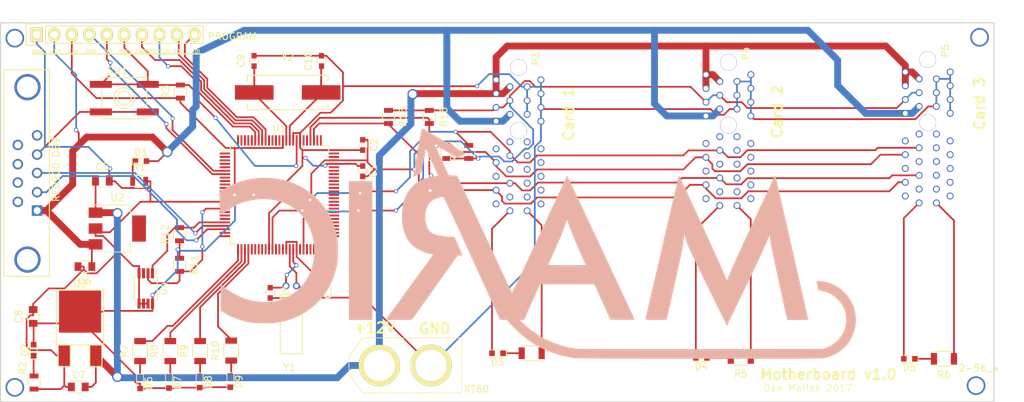
<source format=kicad_pcb>
(kicad_pcb (version 20171130) (host pcbnew "(5.1.12)-1")
  (layers (0 F.Cu signal) (31 B.Cu signal) (34 B.Paste user) (35 F.Paste user hide) (36 B.SilkS user) (37 F.SilkS user) (38 B.Mask user) (39 F.Mask user) (44 Edge.Cuts user))
  (net 0 "")
  (net 1 +3V3)
  (net 2 GND)
  (net 3 /LFXIN)
  (net 4 /LFXOUT)
  (net 5 +12V)
  (net 6 +5V)
  (net 7 /HFXIN)
  (net 8 /HFXOUT)
  (net 9 "Net-(D1-Pad1)")
  (net 10 "Net-(D2-Pad1)")
  (net 11 "Net-(D3-Pad2)")
  (net 12 "Net-(D3-Pad1)")
  (net 13 "Net-(D4-Pad2)")
  (net 14 "Net-(D4-Pad1)")
  (net 15 "Net-(D5-Pad2)")
  (net 16 "Net-(D5-Pad1)")
  (net 17 "Net-(D6-Pad1)")
  (net 18 "Net-(D7-Pad1)")
  (net 19 "Net-(D8-Pad1)")
  (net 20 "Net-(D9-Pad1)")
  (net 21 /RX1)
  (net 22 /TX1)
  (net 23 /UCA0RXD)
  (net 24 /UCA0TXD)
  (net 25 /RSTn)
  (net 26 /SWDIO)
  (net 27 /SWCLK)
  (net 28 /TDO_SWO)
  (net 29 /TDI)
  (net 30 "Net-(P3-Pad15)")
  (net 31 /SDA0)
  (net 32 "Net-(P3-Pad23)")
  (net 33 /SDA1)
  (net 34 "Net-(P3-Pad31)")
  (net 35 "Net-(P3-Pad17)")
  (net 36 /SCL0)
  (net 37 "Net-(P3-Pad25)")
  (net 38 /SCL1)
  (net 39 "Net-(P3-Pad33)")
  (net 40 "Net-(P3-Pad16)")
  (net 41 "Net-(P3-Pad20)")
  (net 42 "Net-(P3-Pad24)")
  (net 43 "Net-(P3-Pad28)")
  (net 44 "Net-(P3-Pad32)")
  (net 45 "Net-(P3-Pad36)")
  (net 46 "Net-(P3-Pad18)")
  (net 47 "Net-(P3-Pad22)")
  (net 48 "Net-(P3-Pad26)")
  (net 49 "Net-(P3-Pad30)")
  (net 50 "Net-(P3-Pad34)")
  (net 51 "Net-(P4-Pad15)")
  (net 52 "Net-(P4-Pad23)")
  (net 53 "Net-(P4-Pad31)")
  (net 54 "Net-(P4-Pad17)")
  (net 55 "Net-(P4-Pad25)")
  (net 56 "Net-(P4-Pad33)")
  (net 57 "Net-(P4-Pad16)")
  (net 58 "Net-(P4-Pad20)")
  (net 59 "Net-(P4-Pad24)")
  (net 60 "Net-(P4-Pad28)")
  (net 61 "Net-(P4-Pad32)")
  (net 62 "Net-(P4-Pad36)")
  (net 63 "Net-(P4-Pad18)")
  (net 64 "Net-(P4-Pad22)")
  (net 65 "Net-(P4-Pad26)")
  (net 66 "Net-(P4-Pad30)")
  (net 67 "Net-(P4-Pad34)")
  (net 68 "Net-(P5-Pad15)")
  (net 69 "Net-(P5-Pad23)")
  (net 70 "Net-(P5-Pad31)")
  (net 71 "Net-(P5-Pad17)")
  (net 72 "Net-(P5-Pad25)")
  (net 73 "Net-(P5-Pad33)")
  (net 74 "Net-(P5-Pad16)")
  (net 75 "Net-(P5-Pad20)")
  (net 76 "Net-(P5-Pad24)")
  (net 77 "Net-(P5-Pad28)")
  (net 78 "Net-(P5-Pad32)")
  (net 79 "Net-(P5-Pad36)")
  (net 80 "Net-(P5-Pad18)")
  (net 81 "Net-(P5-Pad22)")
  (net 82 "Net-(P5-Pad26)")
  (net 83 "Net-(P5-Pad30)")
  (net 84 "Net-(P5-Pad34)")
  (net 85 /TestLED1)
  (net 86 /TestLED2)
  (net 87 /TestLED3)
  (net 88 /TestLED4)
  (net 89 /SCL2)
  (net 90 /SDA2)
  (net 91 "Net-(U1-Pad1)")
  (net 92 "Net-(U1-Pad2)")
  (net 93 "Net-(U1-Pad3)")
  (net 94 "Net-(U1-Pad4)")
  (net 95 "Net-(U1-Pad5)")
  (net 96 "Net-(U1-Pad8)")
  (net 97 "Net-(U1-Pad9)")
  (net 98 "Net-(U1-Pad10)")
  (net 99 "Net-(U1-Pad11)")
  (net 100 "Net-(U1-Pad12)")
  (net 101 "Net-(U1-Pad14)")
  (net 102 "Net-(U1-Pad16)")
  (net 103 "Net-(U1-Pad18)")
  (net 104 "Net-(U1-Pad19)")
  (net 105 "Net-(U1-Pad20)")
  (net 106 "Net-(U1-Pad24)")
  (net 107 "Net-(U1-Pad25)")
  (net 108 "Net-(U1-Pad30)")
  (net 109 "Net-(U1-Pad31)")
  (net 110 "Net-(U1-Pad32)")
  (net 111 "Net-(U1-Pad33)")
  (net 112 "Net-(U1-Pad34)")
  (net 113 "Net-(U1-Pad37)")
  (net 114 "Net-(U1-Pad38)")
  (net 115 "Net-(U1-Pad39)")
  (net 116 "Net-(U1-Pad44)")
  (net 117 "Net-(U1-Pad46)")
  (net 118 "Net-(U1-Pad47)")
  (net 119 "Net-(U1-Pad48)")
  (net 120 "Net-(U1-Pad49)")
  (net 121 "Net-(U1-Pad50)")
  (net 122 "Net-(U1-Pad51)")
  (net 123 "Net-(U1-Pad52)")
  (net 124 "Net-(U1-Pad53)")
  (net 125 "Net-(U1-Pad54)")
  (net 126 "Net-(U1-Pad55)")
  (net 127 "Net-(U1-Pad56)")
  (net 128 "Net-(U1-Pad57)")
  (net 129 "Net-(U1-Pad58)")
  (net 130 "Net-(U1-Pad59)")
  (net 131 "Net-(U1-Pad60)")
  (net 132 "Net-(U1-Pad61)")
  (net 133 "Net-(U1-Pad62)")
  (net 134 "Net-(U1-Pad63)")
  (net 135 "Net-(U1-Pad64)")
  (net 136 "Net-(U1-Pad65)")
  (net 137 "Net-(U1-Pad66)")
  (net 138 "Net-(U1-Pad67)")
  (net 139 "Net-(U1-Pad68)")
  (net 140 "Net-(U1-Pad69)")
  (net 141 "Net-(U1-Pad70)")
  (net 142 "Net-(U1-Pad71)")
  (net 143 "Net-(U1-Pad74)")
  (net 144 "Net-(U1-Pad75)")
  (net 145 "Net-(U1-Pad76)")
  (net 146 "Net-(U1-Pad77)")
  (net 147 "Net-(U1-Pad80)")
  (net 148 "Net-(U1-Pad81)")
  (net 149 "Net-(U1-Pad88)")
  (net 150 "Net-(U1-Pad89)")
  (net 151 "Net-(U1-Pad90)")
  (net 152 "Net-(U1-Pad91)")
  (net 153 "Net-(U1-Pad96)")
  (net 154 "Net-(U1-Pad97)")
  (net 155 "Net-(U1-Pad98)")
  (net 156 "Net-(U1-Pad99)")
  (net 157 "Net-(U1-Pad100)")
  (net 158 "Net-(U4-Pad3)")
  (module Capacitors_SMD:C_0603 (layer F.Cu) (at 134.493 81.534 90)
    (fp_text reference C1 (at 0 1.524 90) (layer F.SilkS))
    (fp_text value 4.7u)
    (pad 1 smd rect (at -0.75 0 90) (size 0.8 0.75) (layers F.Cu F.Paste F.Mask) (net 1 +3V3))
    (pad 2 smd rect (at 0.75 0 90) (size 0.8 0.75) (layers F.Cu F.Paste F.Mask) (net 2 GND))
  )
  (module Capacitors_SMD:C_0603 (layer F.Cu) (at 134.493 77.724 270)
    (fp_text reference C2 (at 0 -1.651 270) (layer F.SilkS))
    (fp_text value 100n)
    (pad 1 smd rect (at -0.75 0 270) (size 0.8 0.75) (layers F.Cu F.Paste F.Mask) (net 1 +3V3))
    (pad 2 smd rect (at 0.75 0 270) (size 0.8 0.75) (layers F.Cu F.Paste F.Mask) (net 2 GND))
  )
  (module Capacitors_SMD:C_0603 (layer F.Cu) (at 127.564 99.1245 270)
    (fp_text reference C3 (at 0 -1.9 270) (layer F.SilkS))
    (fp_text value 22p)
    (pad 1 smd rect (at -0.75 0 270) (size 0.8 0.75) (layers F.Cu F.Paste F.Mask) (net 3 /LFXIN))
    (pad 2 smd rect (at 0.75 0 270) (size 0.8 0.75) (layers F.Cu F.Paste F.Mask) (net 2 GND))
  )
  (module Capacitors_SMD:C_0603 (layer F.Cu) (at 121.086 99.188 270)
    (fp_text reference C4 (at 0 -1.9 270) (layer F.SilkS))
    (fp_text value 22p)
    (pad 1 smd rect (at -0.75 0 270) (size 0.8 0.75) (layers F.Cu F.Paste F.Mask) (net 4 /LFXOUT))
    (pad 2 smd rect (at 0.75 0 270) (size 0.8 0.75) (layers F.Cu F.Paste F.Mask) (net 2 GND))
  )
  (module Capacitors_SMD:C_0805 (layer F.Cu) (at 96.766 82.9955)
    (fp_text reference C5 (at 0 -2.1) (layer F.SilkS))
    (fp_text value 10u)
    (pad 1 smd rect (at -1 0) (size 1 1.25) (layers F.Cu F.Paste F.Mask) (net 5 +12V))
    (pad 2 smd rect (at 1 0) (size 1 1.25) (layers F.Cu F.Paste F.Mask) (net 2 GND))
  )
  (module Capacitors_SMD:C_0805 (layer F.Cu) (at 94.234 95.377 180)
    (fp_text reference C6 (at 0 -2.1 180) (layer F.SilkS))
    (fp_text value 22u)
    (pad 1 smd rect (at -1 0 180) (size 1 1.25) (layers F.Cu F.Paste F.Mask) (net 6 +5V))
    (pad 2 smd rect (at 1 0 180) (size 1 1.25) (layers F.Cu F.Paste F.Mask) (net 2 GND))
  )
  (module Capacitors_SMD:C_0805 (layer F.Cu) (at 93.2735 112.84 180)
    (fp_text reference C7 (at -0.0715 1.7155 180) (layer F.SilkS))
    (fp_text value 10u)
    (pad 1 smd rect (at -1 0 180) (size 1 1.25) (layers F.Cu F.Paste F.Mask) (net 5 +12V))
    (pad 2 smd rect (at 1 0 180) (size 1 1.25) (layers F.Cu F.Paste F.Mask) (net 2 GND))
  )
  (module Capacitors_SMD:C_0805 (layer F.Cu) (at 86.733 102.617 90)
    (fp_text reference C8 (at 0 -2.1 90) (layer F.SilkS))
    (fp_text value 22u)
    (pad 1 smd rect (at -1 0 90) (size 1 1.25) (layers F.Cu F.Paste F.Mask) (net 1 +3V3))
    (pad 2 smd rect (at 1 0 90) (size 1 1.25) (layers F.Cu F.Paste F.Mask) (net 2 GND))
  )
  (module Capacitors_SMD:C_0603 (layer F.Cu) (at 118.745 65.532 90)
    (fp_text reference C9 (at 0 -1.9 90) (layer F.SilkS))
    (fp_text value 20p)
    (pad 1 smd rect (at -0.75 0 90) (size 0.8 0.75) (layers F.Cu F.Paste F.Mask) (net 7 /HFXIN))
    (pad 2 smd rect (at 0.75 0 90) (size 0.8 0.75) (layers F.Cu F.Paste F.Mask) (net 2 GND))
  )
  (module Capacitors_SMD:C_0603 (layer F.Cu) (at 128.524 65.532 90)
    (fp_text reference C10 (at 0 -1.9 90) (layer F.SilkS))
    (fp_text value 20p)
    (pad 1 smd rect (at -0.75 0 90) (size 0.8 0.75) (layers F.Cu F.Paste F.Mask) (net 8 /HFXOUT))
    (pad 2 smd rect (at 0.75 0 90) (size 0.8 0.75) (layers F.Cu F.Paste F.Mask) (net 2 GND))
  )
  (module LEDs:LED_0603 (layer F.Cu) (at 102.354 80.0745)
    (fp_text reference D1 (at 0 -1.25) (layer F.SilkS))
    (fp_text value "RFD900 PWR LED")
    (pad 2 smd rect (at 0.8 0 180) (size 0.8 0.8) (layers F.Cu F.Paste F.Mask) (net 6 +5V))
    (pad 1 smd rect (at -0.8 0 180) (size 0.8 0.8) (layers F.Cu F.Paste F.Mask) (net 9 "Net-(D1-Pad1)"))
  )
  (module LEDs:LED_0603 (layer F.Cu) (at 86.7965 107.506 90)
    (fp_text reference D2 (at 0 -1.25 90) (layer F.SilkS))
    (fp_text value LED)
    (pad 2 smd rect (at 0.8 0 270) (size 0.8 0.8) (layers F.Cu F.Paste F.Mask) (net 1 +3V3))
    (pad 1 smd rect (at -0.8 0 270) (size 0.8 0.8) (layers F.Cu F.Paste F.Mask) (net 10 "Net-(D2-Pad1)"))
  )
  (module LEDs:LED_0603 (layer F.Cu) (at 154.03 107.95 180)
    (fp_text reference D3 (at 0 -1.25 180) (layer F.SilkS))
    (fp_text value LED)
    (pad 2 smd rect (at 0.8 0) (size 0.8 0.8) (layers F.Cu F.Paste F.Mask) (net 11 "Net-(D3-Pad2)"))
    (pad 1 smd rect (at -0.8 0) (size 0.8 0.8) (layers F.Cu F.Paste F.Mask) (net 12 "Net-(D3-Pad1)"))
  )
  (module LEDs:LED_0603 (layer F.Cu) (at 183.574 108.632 180)
    (fp_text reference D4 (at 0 -1.25 180) (layer F.SilkS))
    (fp_text value LED)
    (pad 2 smd rect (at 0.8 0) (size 0.8 0.8) (layers F.Cu F.Paste F.Mask) (net 13 "Net-(D4-Pad2)"))
    (pad 1 smd rect (at -0.8 0) (size 0.8 0.8) (layers F.Cu F.Paste F.Mask) (net 14 "Net-(D4-Pad1)"))
  )
  (module LEDs:LED_0603 (layer F.Cu) (at 213.72 108.759 180)
    (fp_text reference D5 (at 0 -1.25 180) (layer F.SilkS))
    (fp_text value LED)
    (pad 2 smd rect (at 0.8 0) (size 0.8 0.8) (layers F.Cu F.Paste F.Mask) (net 15 "Net-(D5-Pad2)"))
    (pad 1 smd rect (at -0.8 0) (size 0.8 0.8) (layers F.Cu F.Paste F.Mask) (net 16 "Net-(D5-Pad1)"))
  )
  (module LEDs:LED_0603 (layer F.Cu) (at 102.227 112.269 270)
    (fp_text reference D6 (at 0 -1.25 270) (layer F.SilkS))
    (fp_text value LED)
    (pad 2 smd rect (at 0.8 0 90) (size 0.8 0.8) (layers F.Cu F.Paste F.Mask) (net 1 +3V3))
    (pad 1 smd rect (at -0.8 0 90) (size 0.8 0.8) (layers F.Cu F.Paste F.Mask) (net 17 "Net-(D6-Pad1)"))
  )
  (module LEDs:LED_0603 (layer F.Cu) (at 106.418 112.206 270)
    (fp_text reference D7 (at 0 -1.25 270) (layer F.SilkS))
    (fp_text value LED)
    (pad 2 smd rect (at 0.8 0 90) (size 0.8 0.8) (layers F.Cu F.Paste F.Mask) (net 1 +3V3))
    (pad 1 smd rect (at -0.8 0 90) (size 0.8 0.8) (layers F.Cu F.Paste F.Mask) (net 18 "Net-(D7-Pad1)"))
  )
  (module LEDs:LED_0603 (layer F.Cu) (at 110.863 112.142 270)
    (fp_text reference D8 (at 0 -1.25 270) (layer F.SilkS))
    (fp_text value LED)
    (pad 2 smd rect (at 0.8 0 90) (size 0.8 0.8) (layers F.Cu F.Paste F.Mask) (net 1 +3V3))
    (pad 1 smd rect (at -0.8 0 90) (size 0.8 0.8) (layers F.Cu F.Paste F.Mask) (net 19 "Net-(D8-Pad1)"))
  )
  (module LEDs:LED_0603 (layer F.Cu) (at 115.308 112.078 270)
    (fp_text reference D9 (at 0 -1.25 270) (layer F.SilkS))
    (fp_text value LED)
    (pad 2 smd rect (at 0.8 0 90) (size 0.8 0.8) (layers F.Cu F.Paste F.Mask) (net 1 +3V3))
    (pad 1 smd rect (at -0.8 0 90) (size 0.8 0.8) (layers F.Cu F.Paste F.Mask) (net 20 "Net-(D9-Pad1)"))
  )
  (module Connectors:DB9FD (layer F.Cu) (at 85.7805 81.789 270)
    (fp_text reference "RFD900 DB9" (at -0.509 -4.2625 270) (layer F.SilkS))
    (fp_text value DB9)
    (pad 0 thru_hole circle (at -12.446 -0.127 270) (size 3.81 3.81) (drill 3.048) (layers *.Cu *.Mask))
    (pad 0 thru_hole circle (at 12.573 -0.127 270) (size 3.81 3.81) (drill 3.048) (layers *.Cu *.Mask))
    (pad 1 thru_hole rect (at 5.461 -1.524 270) (size 1.524 1.524) (drill 1.016) (layers *.Cu *.Mask) (net 6 +5V))
    (pad 2 thru_hole circle (at 2.794 -1.524 270) (size 1.524 1.524) (drill 1.016) (layers *.Cu *.Mask) (net 21 /RX1))
    (pad 3 thru_hole circle (at 0 -1.524 270) (size 1.524 1.524) (drill 1.016) (layers *.Cu *.Mask) (net 22 /TX1))
    (pad 4 thru_hole circle (at -2.667 -1.524 270) (size 1.524 1.524) (drill 1.016) (layers *.Cu *.Mask) (net 2 GND))
    (pad 5 thru_hole circle (at -5.461 -1.524 270) (size 1.524 1.524) (drill 1.016) (layers *.Cu *.Mask))
    (pad 6 thru_hole circle (at 4.191 1.27 270) (size 1.524 1.524) (drill 1.016) (layers *.Cu *.Mask))
    (pad 7 thru_hole circle (at 1.397 1.27 270) (size 1.524 1.524) (drill 1.016) (layers *.Cu *.Mask))
    (pad 8 thru_hole circle (at -1.27 1.27 270) (size 1.524 1.524) (drill 1.016) (layers *.Cu *.Mask))
    (pad 9 thru_hole circle (at -4.064 1.27 270) (size 1.524 1.524) (drill 1.016) (layers *.Cu *.Mask))
  )
  (module Pin_Headers:Pin_Header_Straight_1x10 (layer F.Cu) (at 87.249 61.722 90)
    (fp_text reference PROGRAM (at -0.254 28.321 180) (layer F.SilkS))
    (fp_text value PROGRAM+DEBUG)
    (pad 1 thru_hole rect (at 0 0 90) (size 2.032 1.7272) (drill 1.016) (layers *.Cu *.Mask F.SilkS) (net 2 GND))
    (pad 2 thru_hole oval (at 0 2.54 90) (size 2.032 1.7272) (drill 1.016) (layers *.Cu *.Mask F.SilkS) (net 6 +5V))
    (pad 3 thru_hole oval (at 0 5.08 90) (size 2.032 1.7272) (drill 1.016) (layers *.Cu *.Mask F.SilkS) (net 1 +3V3))
    (pad 4 thru_hole oval (at 0 7.62 90) (size 2.032 1.7272) (drill 1.016) (layers *.Cu *.Mask F.SilkS) (net 23 /UCA0RXD))
    (pad 5 thru_hole oval (at 0 10.16 90) (size 2.032 1.7272) (drill 1.016) (layers *.Cu *.Mask F.SilkS) (net 24 /UCA0TXD))
    (pad 6 thru_hole oval (at 0 12.7 90) (size 2.032 1.7272) (drill 1.016) (layers *.Cu *.Mask F.SilkS) (net 25 /RSTn))
    (pad 7 thru_hole oval (at 0 15.24 90) (size 2.032 1.7272) (drill 1.016) (layers *.Cu *.Mask F.SilkS) (net 26 /SWDIO))
    (pad 8 thru_hole oval (at 0 17.78 90) (size 2.032 1.7272) (drill 1.016) (layers *.Cu *.Mask F.SilkS) (net 27 /SWCLK))
    (pad 9 thru_hole oval (at 0 20.32 90) (size 2.032 1.7272) (drill 1.016) (layers *.Cu *.Mask F.SilkS) (net 28 /TDO_SWO))
    (pad 10 thru_hole oval (at 0 22.86 90) (size 2.032 1.7272) (drill 1.016) (layers *.Cu *.Mask F.SilkS) (net 29 /TDI))
  )
  (module Connectors:PCIe_36 (layer F.Cu) (at 157.078 75.63 90)
    (fp_text reference P3 (at 10.414 2.54 90) (layer F.SilkS))
    (fp_text value "PCIe Card 1")
    (pad "" thru_hole circle (at 0 0 90) (size 2.41 2.41) (drill 2.37) (layers *.Cu *.Mask))
    (pad "" thru_hole circle (at 9.15 0 90) (size 2.41 2.41) (drill 2.37) (layers *.Cu *.Mask))
    (pad 13 thru_hole circle (at 1.35 -3.25 90) (size 1 1) (drill 0.7) (layers *.Cu *.Mask) (net 6 +5V))
    (pad 9 thru_hole circle (at 3.35 -3.25 90) (size 1 1) (drill 0.7) (layers *.Cu *.Mask) (net 1 +3V3))
    (pad 5 thru_hole circle (at 5.35 -3.25 90) (size 1 1) (drill 0.7) (layers *.Cu *.Mask) (net 5 +12V))
    (pad 1 thru_hole circle (at 7.35 -3.25 90) (size 1 1) (drill 0.7) (layers *.Cu *.Mask) (net 5 +12V))
    (pad 11 thru_hole circle (at 2.35 -1.25 90) (size 1 1) (drill 0.7) (layers *.Cu *.Mask) (net 6 +5V))
    (pad 7 thru_hole circle (at 4.35 -1.25 90) (size 1 1) (drill 0.7) (layers *.Cu *.Mask) (net 1 +3V3))
    (pad 3 thru_hole circle (at 6.35 -1.25 90) (size 1 1) (drill 0.7) (layers *.Cu *.Mask) (net 5 +12V))
    (pad 12 thru_hole circle (at 2.35 1.25 90) (size 1 1) (drill 0.7) (layers *.Cu *.Mask) (net 2 GND))
    (pad 8 thru_hole circle (at 4.35 1.25 90) (size 1 1) (drill 0.7) (layers *.Cu *.Mask) (net 2 GND))
    (pad 4 thru_hole circle (at 6.35 1.25 90) (size 1 1) (drill 0.7) (layers *.Cu *.Mask) (net 2 GND))
    (pad 14 thru_hole circle (at 1.35 3.25 90) (size 1 1) (drill 0.7) (layers *.Cu *.Mask) (net 2 GND))
    (pad 10 thru_hole circle (at 3.35 3.25 90) (size 1 1) (drill 0.7) (layers *.Cu *.Mask) (net 2 GND))
    (pad 6 thru_hole circle (at 5.35 3.25 90) (size 1 1) (drill 0.7) (layers *.Cu *.Mask) (net 2 GND))
    (pad 2 thru_hole circle (at 7.35 3.25 90) (size 1 1) (drill 0.7) (layers *.Cu *.Mask) (net 2 GND))
    (pad 15 thru_hole circle (at -1.65 -1.25 90) (size 1 1) (drill 0.7) (layers *.Cu *.Mask) (net 30 "Net-(P3-Pad15)"))
    (pad 19 thru_hole circle (at -3.65 -1.25 90) (size 1 1) (drill 0.7) (layers *.Cu *.Mask) (net 31 /SDA0))
    (pad 23 thru_hole circle (at -5.65 -1.25 90) (size 1 1) (drill 0.7) (layers *.Cu *.Mask) (net 32 "Net-(P3-Pad23)"))
    (pad 27 thru_hole circle (at -7.65 -1.25 90) (size 1 1) (drill 0.7) (layers *.Cu *.Mask) (net 33 /SDA1))
    (pad 31 thru_hole circle (at -9.65 -1.25 90) (size 1 1) (drill 0.7) (layers *.Cu *.Mask) (net 34 "Net-(P3-Pad31)"))
    (pad 35 thru_hole circle (at -11.65 -1.25 90) (size 1 1) (drill 0.7) (layers *.Cu *.Mask) (net 11 "Net-(D3-Pad2)"))
    (pad 17 thru_hole circle (at -2.65 -3.25 90) (size 1 1) (drill 0.7) (layers *.Cu *.Mask) (net 35 "Net-(P3-Pad17)"))
    (pad 21 thru_hole circle (at -4.65 -3.25 90) (size 1 1) (drill 0.7) (layers *.Cu *.Mask) (net 36 /SCL0))
    (pad 25 thru_hole circle (at -6.65 -3.25 90) (size 1 1) (drill 0.7) (layers *.Cu *.Mask) (net 37 "Net-(P3-Pad25)"))
    (pad 29 thru_hole circle (at -8.65 -3.25 90) (size 1 1) (drill 0.7) (layers *.Cu *.Mask) (net 38 /SCL1))
    (pad 33 thru_hole circle (at -10.65 -3.25 90) (size 1 1) (drill 0.7) (layers *.Cu *.Mask) (net 39 "Net-(P3-Pad33)"))
    (pad 16 thru_hole circle (at -1.65 1.25 90) (size 1 1) (drill 0.7) (layers *.Cu *.Mask) (net 40 "Net-(P3-Pad16)"))
    (pad 20 thru_hole circle (at -3.65 1.25 90) (size 1 1) (drill 0.7) (layers *.Cu *.Mask) (net 41 "Net-(P3-Pad20)"))
    (pad 24 thru_hole circle (at -5.65 1.25 90) (size 1 1) (drill 0.7) (layers *.Cu *.Mask) (net 42 "Net-(P3-Pad24)"))
    (pad 28 thru_hole circle (at -7.65 1.25 90) (size 1 1) (drill 0.7) (layers *.Cu *.Mask) (net 43 "Net-(P3-Pad28)"))
    (pad 32 thru_hole circle (at -9.65 1.25 90) (size 1 1) (drill 0.7) (layers *.Cu *.Mask) (net 44 "Net-(P3-Pad32)"))
    (pad 36 thru_hole circle (at -11.65 1.25 90) (size 1 1) (drill 0.7) (layers *.Cu *.Mask) (net 45 "Net-(P3-Pad36)"))
    (pad 18 thru_hole circle (at -2.65 3.25 90) (size 1 1) (drill 0.7) (layers *.Cu *.Mask) (net 46 "Net-(P3-Pad18)"))
    (pad 22 thru_hole circle (at -4.65 3.25 90) (size 1 1) (drill 0.7) (layers *.Cu *.Mask) (net 47 "Net-(P3-Pad22)"))
    (pad 26 thru_hole circle (at -6.65 3.25 90) (size 1 1) (drill 0.7) (layers *.Cu *.Mask) (net 48 "Net-(P3-Pad26)"))
    (pad 30 thru_hole circle (at -8.65 3.25 90) (size 1 1) (drill 0.7) (layers *.Cu *.Mask) (net 49 "Net-(P3-Pad30)"))
    (pad 34 thru_hole circle (at -10.65 3.25 90) (size 1 1) (drill 0.7) (layers *.Cu *.Mask) (net 50 "Net-(P3-Pad34)"))
  )
  (module Connectors:PCIe_36 (layer F.Cu) (at 187.494 74.868 90)
    (fp_text reference P4 (at 10.414 2.54 90) (layer F.SilkS))
    (fp_text value "PCIe Card 2")
    (pad "" thru_hole circle (at 0 0 90) (size 2.41 2.41) (drill 2.37) (layers *.Cu *.Mask))
    (pad "" thru_hole circle (at 9.15 0 90) (size 2.41 2.41) (drill 2.37) (layers *.Cu *.Mask))
    (pad 13 thru_hole circle (at 1.35 -3.25 90) (size 1 1) (drill 0.7) (layers *.Cu *.Mask) (net 6 +5V))
    (pad 9 thru_hole circle (at 3.35 -3.25 90) (size 1 1) (drill 0.7) (layers *.Cu *.Mask) (net 1 +3V3))
    (pad 5 thru_hole circle (at 5.35 -3.25 90) (size 1 1) (drill 0.7) (layers *.Cu *.Mask) (net 5 +12V))
    (pad 1 thru_hole circle (at 7.35 -3.25 90) (size 1 1) (drill 0.7) (layers *.Cu *.Mask) (net 5 +12V))
    (pad 11 thru_hole circle (at 2.35 -1.25 90) (size 1 1) (drill 0.7) (layers *.Cu *.Mask) (net 6 +5V))
    (pad 7 thru_hole circle (at 4.35 -1.25 90) (size 1 1) (drill 0.7) (layers *.Cu *.Mask) (net 1 +3V3))
    (pad 3 thru_hole circle (at 6.35 -1.25 90) (size 1 1) (drill 0.7) (layers *.Cu *.Mask) (net 5 +12V))
    (pad 12 thru_hole circle (at 2.35 1.25 90) (size 1 1) (drill 0.7) (layers *.Cu *.Mask) (net 2 GND))
    (pad 8 thru_hole circle (at 4.35 1.25 90) (size 1 1) (drill 0.7) (layers *.Cu *.Mask) (net 2 GND))
    (pad 4 thru_hole circle (at 6.35 1.25 90) (size 1 1) (drill 0.7) (layers *.Cu *.Mask) (net 2 GND))
    (pad 14 thru_hole circle (at 1.35 3.25 90) (size 1 1) (drill 0.7) (layers *.Cu *.Mask) (net 2 GND))
    (pad 10 thru_hole circle (at 3.35 3.25 90) (size 1 1) (drill 0.7) (layers *.Cu *.Mask) (net 2 GND))
    (pad 6 thru_hole circle (at 5.35 3.25 90) (size 1 1) (drill 0.7) (layers *.Cu *.Mask) (net 2 GND))
    (pad 2 thru_hole circle (at 7.35 3.25 90) (size 1 1) (drill 0.7) (layers *.Cu *.Mask) (net 2 GND))
    (pad 15 thru_hole circle (at -1.65 -1.25 90) (size 1 1) (drill 0.7) (layers *.Cu *.Mask) (net 51 "Net-(P4-Pad15)"))
    (pad 19 thru_hole circle (at -3.65 -1.25 90) (size 1 1) (drill 0.7) (layers *.Cu *.Mask) (net 31 /SDA0))
    (pad 23 thru_hole circle (at -5.65 -1.25 90) (size 1 1) (drill 0.7) (layers *.Cu *.Mask) (net 52 "Net-(P4-Pad23)"))
    (pad 27 thru_hole circle (at -7.65 -1.25 90) (size 1 1) (drill 0.7) (layers *.Cu *.Mask) (net 33 /SDA1))
    (pad 31 thru_hole circle (at -9.65 -1.25 90) (size 1 1) (drill 0.7) (layers *.Cu *.Mask) (net 53 "Net-(P4-Pad31)"))
    (pad 35 thru_hole circle (at -11.65 -1.25 90) (size 1 1) (drill 0.7) (layers *.Cu *.Mask) (net 13 "Net-(D4-Pad2)"))
    (pad 17 thru_hole circle (at -2.65 -3.25 90) (size 1 1) (drill 0.7) (layers *.Cu *.Mask) (net 54 "Net-(P4-Pad17)"))
    (pad 21 thru_hole circle (at -4.65 -3.25 90) (size 1 1) (drill 0.7) (layers *.Cu *.Mask) (net 36 /SCL0))
    (pad 25 thru_hole circle (at -6.65 -3.25 90) (size 1 1) (drill 0.7) (layers *.Cu *.Mask) (net 55 "Net-(P4-Pad25)"))
    (pad 29 thru_hole circle (at -8.65 -3.25 90) (size 1 1) (drill 0.7) (layers *.Cu *.Mask) (net 38 /SCL1))
    (pad 33 thru_hole circle (at -10.65 -3.25 90) (size 1 1) (drill 0.7) (layers *.Cu *.Mask) (net 56 "Net-(P4-Pad33)"))
    (pad 16 thru_hole circle (at -1.65 1.25 90) (size 1 1) (drill 0.7) (layers *.Cu *.Mask) (net 57 "Net-(P4-Pad16)"))
    (pad 20 thru_hole circle (at -3.65 1.25 90) (size 1 1) (drill 0.7) (layers *.Cu *.Mask) (net 58 "Net-(P4-Pad20)"))
    (pad 24 thru_hole circle (at -5.65 1.25 90) (size 1 1) (drill 0.7) (layers *.Cu *.Mask) (net 59 "Net-(P4-Pad24)"))
    (pad 28 thru_hole circle (at -7.65 1.25 90) (size 1 1) (drill 0.7) (layers *.Cu *.Mask) (net 60 "Net-(P4-Pad28)"))
    (pad 32 thru_hole circle (at -9.65 1.25 90) (size 1 1) (drill 0.7) (layers *.Cu *.Mask) (net 61 "Net-(P4-Pad32)"))
    (pad 36 thru_hole circle (at -11.65 1.25 90) (size 1 1) (drill 0.7) (layers *.Cu *.Mask) (net 62 "Net-(P4-Pad36)"))
    (pad 18 thru_hole circle (at -2.65 3.25 90) (size 1 1) (drill 0.7) (layers *.Cu *.Mask) (net 63 "Net-(P4-Pad18)"))
    (pad 22 thru_hole circle (at -4.65 3.25 90) (size 1 1) (drill 0.7) (layers *.Cu *.Mask) (net 64 "Net-(P4-Pad22)"))
    (pad 26 thru_hole circle (at -6.65 3.25 90) (size 1 1) (drill 0.7) (layers *.Cu *.Mask) (net 65 "Net-(P4-Pad26)"))
    (pad 30 thru_hole circle (at -8.65 3.25 90) (size 1 1) (drill 0.7) (layers *.Cu *.Mask) (net 66 "Net-(P4-Pad30)"))
    (pad 34 thru_hole circle (at -10.65 3.25 90) (size 1 1) (drill 0.7) (layers *.Cu *.Mask) (net 67 "Net-(P4-Pad34)"))
  )
  (module Connectors:PCIe_36 (layer F.Cu) (at 216.387 74.487 90)
    (fp_text reference P5 (at 10.414 2.54 90) (layer F.SilkS))
    (fp_text value "PCIe Card 3")
    (pad "" thru_hole circle (at 0 0 90) (size 2.41 2.41) (drill 2.37) (layers *.Cu *.Mask))
    (pad "" thru_hole circle (at 9.15 0 90) (size 2.41 2.41) (drill 2.37) (layers *.Cu *.Mask))
    (pad 13 thru_hole circle (at 1.35 -3.25 90) (size 1 1) (drill 0.7) (layers *.Cu *.Mask) (net 6 +5V))
    (pad 9 thru_hole circle (at 3.35 -3.25 90) (size 1 1) (drill 0.7) (layers *.Cu *.Mask) (net 1 +3V3))
    (pad 5 thru_hole circle (at 5.35 -3.25 90) (size 1 1) (drill 0.7) (layers *.Cu *.Mask) (net 5 +12V))
    (pad 1 thru_hole circle (at 7.35 -3.25 90) (size 1 1) (drill 0.7) (layers *.Cu *.Mask) (net 5 +12V))
    (pad 11 thru_hole circle (at 2.35 -1.25 90) (size 1 1) (drill 0.7) (layers *.Cu *.Mask) (net 6 +5V))
    (pad 7 thru_hole circle (at 4.35 -1.25 90) (size 1 1) (drill 0.7) (layers *.Cu *.Mask) (net 1 +3V3))
    (pad 3 thru_hole circle (at 6.35 -1.25 90) (size 1 1) (drill 0.7) (layers *.Cu *.Mask) (net 5 +12V))
    (pad 12 thru_hole circle (at 2.35 1.25 90) (size 1 1) (drill 0.7) (layers *.Cu *.Mask) (net 2 GND))
    (pad 8 thru_hole circle (at 4.35 1.25 90) (size 1 1) (drill 0.7) (layers *.Cu *.Mask) (net 2 GND))
    (pad 4 thru_hole circle (at 6.35 1.25 90) (size 1 1) (drill 0.7) (layers *.Cu *.Mask) (net 2 GND))
    (pad 14 thru_hole circle (at 1.35 3.25 90) (size 1 1) (drill 0.7) (layers *.Cu *.Mask) (net 2 GND))
    (pad 10 thru_hole circle (at 3.35 3.25 90) (size 1 1) (drill 0.7) (layers *.Cu *.Mask) (net 2 GND))
    (pad 6 thru_hole circle (at 5.35 3.25 90) (size 1 1) (drill 0.7) (layers *.Cu *.Mask) (net 2 GND))
    (pad 2 thru_hole circle (at 7.35 3.25 90) (size 1 1) (drill 0.7) (layers *.Cu *.Mask) (net 2 GND))
    (pad 15 thru_hole circle (at -1.65 -1.25 90) (size 1 1) (drill 0.7) (layers *.Cu *.Mask) (net 68 "Net-(P5-Pad15)"))
    (pad 19 thru_hole circle (at -3.65 -1.25 90) (size 1 1) (drill 0.7) (layers *.Cu *.Mask) (net 31 /SDA0))
    (pad 23 thru_hole circle (at -5.65 -1.25 90) (size 1 1) (drill 0.7) (layers *.Cu *.Mask) (net 69 "Net-(P5-Pad23)"))
    (pad 27 thru_hole circle (at -7.65 -1.25 90) (size 1 1) (drill 0.7) (layers *.Cu *.Mask) (net 33 /SDA1))
    (pad 31 thru_hole circle (at -9.65 -1.25 90) (size 1 1) (drill 0.7) (layers *.Cu *.Mask) (net 70 "Net-(P5-Pad31)"))
    (pad 35 thru_hole circle (at -11.65 -1.25 90) (size 1 1) (drill 0.7) (layers *.Cu *.Mask) (net 15 "Net-(D5-Pad2)"))
    (pad 17 thru_hole circle (at -2.65 -3.25 90) (size 1 1) (drill 0.7) (layers *.Cu *.Mask) (net 71 "Net-(P5-Pad17)"))
    (pad 21 thru_hole circle (at -4.65 -3.25 90) (size 1 1) (drill 0.7) (layers *.Cu *.Mask) (net 36 /SCL0))
    (pad 25 thru_hole circle (at -6.65 -3.25 90) (size 1 1) (drill 0.7) (layers *.Cu *.Mask) (net 72 "Net-(P5-Pad25)"))
    (pad 29 thru_hole circle (at -8.65 -3.25 90) (size 1 1) (drill 0.7) (layers *.Cu *.Mask) (net 38 /SCL1))
    (pad 33 thru_hole circle (at -10.65 -3.25 90) (size 1 1) (drill 0.7) (layers *.Cu *.Mask) (net 73 "Net-(P5-Pad33)"))
    (pad 16 thru_hole circle (at -1.65 1.25 90) (size 1 1) (drill 0.7) (layers *.Cu *.Mask) (net 74 "Net-(P5-Pad16)"))
    (pad 20 thru_hole circle (at -3.65 1.25 90) (size 1 1) (drill 0.7) (layers *.Cu *.Mask) (net 75 "Net-(P5-Pad20)"))
    (pad 24 thru_hole circle (at -5.65 1.25 90) (size 1 1) (drill 0.7) (layers *.Cu *.Mask) (net 76 "Net-(P5-Pad24)"))
    (pad 28 thru_hole circle (at -7.65 1.25 90) (size 1 1) (drill 0.7) (layers *.Cu *.Mask) (net 77 "Net-(P5-Pad28)"))
    (pad 32 thru_hole circle (at -9.65 1.25 90) (size 1 1) (drill 0.7) (layers *.Cu *.Mask) (net 78 "Net-(P5-Pad32)"))
    (pad 36 thru_hole circle (at -11.65 1.25 90) (size 1 1) (drill 0.7) (layers *.Cu *.Mask) (net 79 "Net-(P5-Pad36)"))
    (pad 18 thru_hole circle (at -2.65 3.25 90) (size 1 1) (drill 0.7) (layers *.Cu *.Mask) (net 80 "Net-(P5-Pad18)"))
    (pad 22 thru_hole circle (at -4.65 3.25 90) (size 1 1) (drill 0.7) (layers *.Cu *.Mask) (net 81 "Net-(P5-Pad22)"))
    (pad 26 thru_hole circle (at -6.65 3.25 90) (size 1 1) (drill 0.7) (layers *.Cu *.Mask) (net 82 "Net-(P5-Pad26)"))
    (pad 30 thru_hole circle (at -8.65 3.25 90) (size 1 1) (drill 0.7) (layers *.Cu *.Mask) (net 83 "Net-(P5-Pad30)"))
    (pad 34 thru_hole circle (at -10.65 3.25 90) (size 1 1) (drill 0.7) (layers *.Cu *.Mask) (net 84 "Net-(P5-Pad34)"))
  )
  (module Resistors_SMD:R_0805 (layer F.Cu) (at 102.1 82.9955)
    (fp_text reference R1 (at 0 -2.1) (layer F.SilkS))
    (fp_text value 10k)
    (pad 1 smd rect (at -0.95 0) (size 0.7 1.3) (layers F.Cu F.Paste F.Mask) (net 9 "Net-(D1-Pad1)"))
    (pad 2 smd rect (at 0.95 0) (size 0.7 1.3) (layers F.Cu F.Paste F.Mask) (net 2 GND))
  )
  (module Resistors_SMD:R_0805 (layer F.Cu) (at 86.86 112.206 90)
    (fp_text reference R2 (at 2.0965 -1.643 90) (layer F.SilkS))
    (fp_text value 10k)
    (pad 1 smd rect (at -0.95 0 90) (size 0.7 1.3) (layers F.Cu F.Paste F.Mask) (net 2 GND))
    (pad 2 smd rect (at 0.95 0 90) (size 0.7 1.3) (layers F.Cu F.Paste F.Mask) (net 10 "Net-(D2-Pad1)"))
  )
  (module Resistors_SMD:R_0805 (layer F.Cu) (at 108.069 69.978 90)
    (fp_text reference R3 (at 0 -2.1 90) (layer F.SilkS))
    (fp_text value 10k)
    (pad 1 smd rect (at -0.95 0 90) (size 0.7 1.3) (layers F.Cu F.Paste F.Mask) (net 1 +3V3))
    (pad 2 smd rect (at 0.95 0 90) (size 0.7 1.3) (layers F.Cu F.Paste F.Mask) (net 25 /RSTn))
  )
  (module Resistors_SMD:R_1206 (layer F.Cu) (at 158.983 107.95)
    (fp_text reference R4 (at 0 -2.3) (layer F.SilkS))
    (fp_text value 220)
    (pad 1 smd rect (at -1.45 0) (size 0.9 1.7) (layers F.Cu F.Paste F.Mask) (net 12 "Net-(D3-Pad1)"))
    (pad 2 smd rect (at 1.45 0) (size 0.9 1.7) (layers F.Cu F.Paste F.Mask) (net 45 "Net-(P3-Pad36)"))
  )
  (module Resistors_SMD:R_1206 (layer F.Cu) (at 189.288 108.632 180)
    (fp_text reference R5 (at 0 -2.3 180) (layer F.SilkS))
    (fp_text value 220)
    (pad 1 smd rect (at -1.45 0 180) (size 0.9 1.7) (layers F.Cu F.Paste F.Mask) (net 62 "Net-(P4-Pad36)"))
    (pad 2 smd rect (at 1.45 0 180) (size 0.9 1.7) (layers F.Cu F.Paste F.Mask) (net 14 "Net-(D4-Pad1)"))
  )
  (module Resistors_SMD:R_1206 (layer F.Cu) (at 218.736 108.759 180)
    (fp_text reference R6 (at 0 -2.3 180) (layer F.SilkS))
    (fp_text value 220)
    (pad 1 smd rect (at -1.45 0 180) (size 0.9 1.7) (layers F.Cu F.Paste F.Mask) (net 79 "Net-(P5-Pad36)"))
    (pad 2 smd rect (at 1.45 0 180) (size 0.9 1.7) (layers F.Cu F.Paste F.Mask) (net 16 "Net-(D5-Pad1)"))
  )
  (module Resistors_SMD:R_1206 (layer F.Cu) (at 102.227 107.634 90)
    (fp_text reference R7 (at 0 -2.3 90) (layer F.SilkS))
    (fp_text value 220)
    (pad 1 smd rect (at -1.45 0 90) (size 0.9 1.7) (layers F.Cu F.Paste F.Mask) (net 17 "Net-(D6-Pad1)"))
    (pad 2 smd rect (at 1.45 0 90) (size 0.9 1.7) (layers F.Cu F.Paste F.Mask) (net 85 /TestLED1))
  )
  (module Resistors_SMD:R_1206 (layer F.Cu) (at 106.608 107.634 90)
    (fp_text reference R8 (at 0 -2.3 90) (layer F.SilkS))
    (fp_text value 220)
    (pad 1 smd rect (at -1.45 0 90) (size 0.9 1.7) (layers F.Cu F.Paste F.Mask) (net 18 "Net-(D7-Pad1)"))
    (pad 2 smd rect (at 1.45 0 90) (size 0.9 1.7) (layers F.Cu F.Paste F.Mask) (net 86 /TestLED2))
  )
  (module Resistors_SMD:R_1206 (layer F.Cu) (at 110.926 107.634 90)
    (fp_text reference R9 (at 0 -2.3 90) (layer F.SilkS))
    (fp_text value 220)
    (pad 1 smd rect (at -1.45 0 90) (size 0.9 1.7) (layers F.Cu F.Paste F.Mask) (net 19 "Net-(D8-Pad1)"))
    (pad 2 smd rect (at 1.45 0 90) (size 0.9 1.7) (layers F.Cu F.Paste F.Mask) (net 87 /TestLED3))
  )
  (module Resistors_SMD:R_1206 (layer F.Cu) (at 115.435 107.57 90)
    (fp_text reference R10 (at 0 -2.3 90) (layer F.SilkS))
    (fp_text value 220)
    (pad 1 smd rect (at -1.45 0 90) (size 0.9 1.7) (layers F.Cu F.Paste F.Mask) (net 20 "Net-(D9-Pad1)"))
    (pad 2 smd rect (at 1.45 0 90) (size 0.9 1.7) (layers F.Cu F.Paste F.Mask) (net 88 /TestLED4))
  )
  (module Resistors_SMD:R_0805 (layer F.Cu) (at 107.95 95.123 270)
    (fp_text reference R11 (at 0 -2.1 270) (layer F.SilkS))
    (fp_text value 2.2k)
    (pad 1 smd rect (at -0.95 0 270) (size 0.7 1.3) (layers F.Cu F.Paste F.Mask) (net 1 +3V3))
    (pad 2 smd rect (at 0.95 0 270) (size 0.7 1.3) (layers F.Cu F.Paste F.Mask) (net 89 /SCL2))
  )
  (module Resistors_SMD:R_0805 (layer F.Cu) (at 107.95 90.678 90)
    (fp_text reference R12 (at 0 -2.1 90) (layer F.SilkS))
    (fp_text value 2.2k)
    (pad 1 smd rect (at -0.95 0 90) (size 0.7 1.3) (layers F.Cu F.Paste F.Mask) (net 1 +3V3))
    (pad 2 smd rect (at 0.95 0 90) (size 0.7 1.3) (layers F.Cu F.Paste F.Mask) (net 90 /SDA2))
  )
  (module Resistors_SMD:R_0805 (layer F.Cu) (at 149.86 78.74 90)
    (fp_text reference R13 (at 0 -2.1 90) (layer F.SilkS))
    (fp_text value 2.2k)
    (pad 1 smd rect (at -0.95 0 90) (size 0.7 1.3) (layers F.Cu F.Paste F.Mask) (net 1 +3V3))
    (pad 2 smd rect (at 0.95 0 90) (size 0.7 1.3) (layers F.Cu F.Paste F.Mask) (net 31 /SDA0))
  )
  (module Resistors_SMD:R_0805 (layer F.Cu) (at 146.685 78.74 90)
    (fp_text reference R14 (at 0 -2.1 90) (layer F.SilkS))
    (fp_text value 2.2k)
    (pad 1 smd rect (at -0.95 0 90) (size 0.7 1.3) (layers F.Cu F.Paste F.Mask) (net 1 +3V3))
    (pad 2 smd rect (at 0.95 0 90) (size 0.7 1.3) (layers F.Cu F.Paste F.Mask) (net 36 /SCL0))
  )
  (module Resistors_SMD:R_0805 (layer F.Cu) (at 138.232 73.661 270)
    (fp_text reference R15 (at 0 -2.1 270) (layer F.SilkS))
    (fp_text value 2.2k)
    (pad 1 smd rect (at -0.95 0 270) (size 0.7 1.3) (layers F.Cu F.Paste F.Mask) (net 1 +3V3))
    (pad 2 smd rect (at 0.95 0 270) (size 0.7 1.3) (layers F.Cu F.Paste F.Mask) (net 33 /SDA1))
  )
  (module Resistors_SMD:R_0805 (layer F.Cu) (at 144.145 73.66 270)
    (fp_text reference R16 (at 0 -2.1 270) (layer F.SilkS))
    (fp_text value 2.2k)
    (pad 1 smd rect (at -0.95 0 270) (size 0.7 1.3) (layers F.Cu F.Paste F.Mask) (net 1 +3V3))
    (pad 2 smd rect (at 0.95 0 270) (size 0.7 1.3) (layers F.Cu F.Paste F.Mask) (net 38 /SCL1))
  )
  (module Buttons_Switches_SMD:SW_SPST_EVQP0 (layer F.Cu) (at 99.941 70.9305)
    (fp_text reference SW1 (at -1 -4) (layer F.SilkS))
    (fp_text value SPST)
    (pad 1 smd rect (at 3.4 -2) (size 3.2 1) (layers F.Cu F.Paste F.Mask) (net 25 /RSTn))
    (pad 1 smd rect (at -3.4 -2) (size 3.2 1) (layers F.Cu F.Paste F.Mask) (net 25 /RSTn))
    (pad 2 smd rect (at -3.4 2) (size 3.2 1) (layers F.Cu F.Paste F.Mask) (net 2 GND))
    (pad 2 smd rect (at 3.4 2) (size 3.2 1) (layers F.Cu F.Paste F.Mask) (net 2 GND))
  )
  (module Housings_QFP:LQFP-100_14x14mm_Pitch0.5mm (layer F.Cu) (at 122.42 84.964)
    (fp_text reference U1 (at 0 -9.65) (layer F.SilkS))
    (fp_text value MSP432)
    (pad 1 smd rect (at -7.9 -6) (size 1.5 0.28) (layers F.Cu F.Paste F.Mask) (net 91 "Net-(U1-Pad1)"))
    (pad 2 smd rect (at -7.9 -5.5) (size 1.5 0.28) (layers F.Cu F.Paste F.Mask) (net 92 "Net-(U1-Pad2)"))
    (pad 3 smd rect (at -7.9 -5) (size 1.5 0.28) (layers F.Cu F.Paste F.Mask) (net 93 "Net-(U1-Pad3)"))
    (pad 4 smd rect (at -7.9 -4.5) (size 1.5 0.28) (layers F.Cu F.Paste F.Mask) (net 94 "Net-(U1-Pad4)"))
    (pad 5 smd rect (at -7.9 -4) (size 1.5 0.28) (layers F.Cu F.Paste F.Mask) (net 95 "Net-(U1-Pad5)"))
    (pad 6 smd rect (at -7.9 -3.5) (size 1.5 0.28) (layers F.Cu F.Paste F.Mask) (net 23 /UCA0RXD))
    (pad 7 smd rect (at -7.9 -3) (size 1.5 0.28) (layers F.Cu F.Paste F.Mask) (net 24 /UCA0TXD))
    (pad 8 smd rect (at -7.9 -2.5) (size 1.5 0.28) (layers F.Cu F.Paste F.Mask) (net 96 "Net-(U1-Pad8)"))
    (pad 9 smd rect (at -7.9 -2) (size 1.5 0.28) (layers F.Cu F.Paste F.Mask) (net 97 "Net-(U1-Pad9)"))
    (pad 10 smd rect (at -7.9 -1.5) (size 1.5 0.28) (layers F.Cu F.Paste F.Mask) (net 98 "Net-(U1-Pad10)"))
    (pad 11 smd rect (at -7.9 -1) (size 1.5 0.28) (layers F.Cu F.Paste F.Mask) (net 99 "Net-(U1-Pad11)"))
    (pad 12 smd rect (at -7.9 -0.5) (size 1.5 0.28) (layers F.Cu F.Paste F.Mask) (net 100 "Net-(U1-Pad12)"))
    (pad 13 smd rect (at -7.9 0) (size 1.5 0.28) (layers F.Cu F.Paste F.Mask) (net 1 +3V3))
    (pad 14 smd rect (at -7.9 0.5) (size 1.5 0.28) (layers F.Cu F.Paste F.Mask) (net 101 "Net-(U1-Pad14)"))
    (pad 15 smd rect (at -7.9 1) (size 1.5 0.28) (layers F.Cu F.Paste F.Mask) (net 2 GND))
    (pad 16 smd rect (at -7.9 1.5) (size 1.5 0.28) (layers F.Cu F.Paste F.Mask) (net 102 "Net-(U1-Pad16)"))
    (pad 17 smd rect (at -7.9 2) (size 1.5 0.28) (layers F.Cu F.Paste F.Mask) (net 89 /SCL2))
    (pad 18 smd rect (at -7.9 2.5) (size 1.5 0.28) (layers F.Cu F.Paste F.Mask) (net 103 "Net-(U1-Pad18)"))
    (pad 19 smd rect (at -7.9 3) (size 1.5 0.28) (layers F.Cu F.Paste F.Mask) (net 104 "Net-(U1-Pad19)"))
    (pad 20 smd rect (at -7.9 3.5) (size 1.5 0.28) (layers F.Cu F.Paste F.Mask) (net 105 "Net-(U1-Pad20)"))
    (pad 21 smd rect (at -7.9 4) (size 1.5 0.28) (layers F.Cu F.Paste F.Mask) (net 90 /SDA2))
    (pad 22 smd rect (at -7.9 4.5) (size 1.5 0.28) (layers F.Cu F.Paste F.Mask) (net 22 /TX1))
    (pad 23 smd rect (at -7.9 5) (size 1.5 0.28) (layers F.Cu F.Paste F.Mask) (net 21 /RX1))
    (pad 24 smd rect (at -7.9 5.5) (size 1.5 0.28) (layers F.Cu F.Paste F.Mask) (net 106 "Net-(U1-Pad24)"))
    (pad 25 smd rect (at -7.9 6) (size 1.5 0.28) (layers F.Cu F.Paste F.Mask) (net 107 "Net-(U1-Pad25)"))
    (pad 26 smd rect (at -6 7.9 90) (size 1.5 0.28) (layers F.Cu F.Paste F.Mask) (net 85 /TestLED1))
    (pad 27 smd rect (at -5.5 7.9 90) (size 1.5 0.28) (layers F.Cu F.Paste F.Mask) (net 86 /TestLED2))
    (pad 28 smd rect (at -5 7.9 90) (size 1.5 0.28) (layers F.Cu F.Paste F.Mask) (net 87 /TestLED3))
    (pad 29 smd rect (at -4.5 7.9 90) (size 1.5 0.28) (layers F.Cu F.Paste F.Mask) (net 88 /TestLED4))
    (pad 30 smd rect (at -4 7.9 90) (size 1.5 0.28) (layers F.Cu F.Paste F.Mask) (net 108 "Net-(U1-Pad30)"))
    (pad 31 smd rect (at -3.5 7.9 90) (size 1.5 0.28) (layers F.Cu F.Paste F.Mask) (net 109 "Net-(U1-Pad31)"))
    (pad 32 smd rect (at -3 7.9 90) (size 1.5 0.28) (layers F.Cu F.Paste F.Mask) (net 110 "Net-(U1-Pad32)"))
    (pad 33 smd rect (at -2.5 7.9 90) (size 1.5 0.28) (layers F.Cu F.Paste F.Mask) (net 111 "Net-(U1-Pad33)"))
    (pad 34 smd rect (at -2 7.9 90) (size 1.5 0.28) (layers F.Cu F.Paste F.Mask) (net 112 "Net-(U1-Pad34)"))
    (pad 35 smd rect (at -1.5 7.9 90) (size 1.5 0.28) (layers F.Cu F.Paste F.Mask) (net 31 /SDA0))
    (pad 36 smd rect (at -1 7.9 90) (size 1.5 0.28) (layers F.Cu F.Paste F.Mask) (net 36 /SCL0))
    (pad 37 smd rect (at -0.5 7.9 90) (size 1.5 0.28) (layers F.Cu F.Paste F.Mask) (net 113 "Net-(U1-Pad37)"))
    (pad 38 smd rect (at 0 7.9 90) (size 1.5 0.28) (layers F.Cu F.Paste F.Mask) (net 114 "Net-(U1-Pad38)"))
    (pad 39 smd rect (at 0.5 7.9 90) (size 1.5 0.28) (layers F.Cu F.Paste F.Mask) (net 115 "Net-(U1-Pad39)"))
    (pad 40 smd rect (at 1 7.9 90) (size 1.5 0.28) (layers F.Cu F.Paste F.Mask) (net 2 GND))
    (pad 41 smd rect (at 1.5 7.9 90) (size 1.5 0.28) (layers F.Cu F.Paste F.Mask) (net 3 /LFXIN))
    (pad 42 smd rect (at 2 7.9 90) (size 1.5 0.28) (layers F.Cu F.Paste F.Mask) (net 4 /LFXOUT))
    (pad 43 smd rect (at 2.5 7.9 90) (size 1.5 0.28) (layers F.Cu F.Paste F.Mask) (net 2 GND))
    (pad 44 smd rect (at 3 7.9 90) (size 1.5 0.28) (layers F.Cu F.Paste F.Mask) (net 116 "Net-(U1-Pad44)"))
    (pad 45 smd rect (at 3.5 7.9 90) (size 1.5 0.28) (layers F.Cu F.Paste F.Mask) (net 1 +3V3))
    (pad 46 smd rect (at 4 7.9 90) (size 1.5 0.28) (layers F.Cu F.Paste F.Mask) (net 117 "Net-(U1-Pad46)"))
    (pad 47 smd rect (at 4.5 7.9 90) (size 1.5 0.28) (layers F.Cu F.Paste F.Mask) (net 118 "Net-(U1-Pad47)"))
    (pad 48 smd rect (at 5 7.9 90) (size 1.5 0.28) (layers F.Cu F.Paste F.Mask) (net 119 "Net-(U1-Pad48)"))
    (pad 49 smd rect (at 5.5 7.9 90) (size 1.5 0.28) (layers F.Cu F.Paste F.Mask) (net 120 "Net-(U1-Pad49)"))
    (pad 50 smd rect (at 6 7.9 90) (size 1.5 0.28) (layers F.Cu F.Paste F.Mask) (net 121 "Net-(U1-Pad50)"))
    (pad 51 smd rect (at 7.9 6) (size 1.5 0.28) (layers F.Cu F.Paste F.Mask) (net 122 "Net-(U1-Pad51)"))
    (pad 52 smd rect (at 7.9 5.5) (size 1.5 0.28) (layers F.Cu F.Paste F.Mask) (net 123 "Net-(U1-Pad52)"))
    (pad 53 smd rect (at 7.9 5) (size 1.5 0.28) (layers F.Cu F.Paste F.Mask) (net 124 "Net-(U1-Pad53)"))
    (pad 54 smd rect (at 7.9 4.5) (size 1.5 0.28) (layers F.Cu F.Paste F.Mask) (net 125 "Net-(U1-Pad54)"))
    (pad 55 smd rect (at 7.9 4) (size 1.5 0.28) (layers F.Cu F.Paste F.Mask) (net 126 "Net-(U1-Pad55)"))
    (pad 56 smd rect (at 7.9 3.5) (size 1.5 0.28) (layers F.Cu F.Paste F.Mask) (net 127 "Net-(U1-Pad56)"))
    (pad 57 smd rect (at 7.9 3) (size 1.5 0.28) (layers F.Cu F.Paste F.Mask) (net 128 "Net-(U1-Pad57)"))
    (pad 58 smd rect (at 7.9 2.5) (size 1.5 0.28) (layers F.Cu F.Paste F.Mask) (net 129 "Net-(U1-Pad58)"))
    (pad 59 smd rect (at 7.9 2) (size 1.5 0.28) (layers F.Cu F.Paste F.Mask) (net 130 "Net-(U1-Pad59)"))
    (pad 60 smd rect (at 7.9 1.5) (size 1.5 0.28) (layers F.Cu F.Paste F.Mask) (net 131 "Net-(U1-Pad60)"))
    (pad 61 smd rect (at 7.9 1) (size 1.5 0.28) (layers F.Cu F.Paste F.Mask) (net 132 "Net-(U1-Pad61)"))
    (pad 62 smd rect (at 7.9 0.5) (size 1.5 0.28) (layers F.Cu F.Paste F.Mask) (net 133 "Net-(U1-Pad62)"))
    (pad 63 smd rect (at 7.9 0) (size 1.5 0.28) (layers F.Cu F.Paste F.Mask) (net 134 "Net-(U1-Pad63)"))
    (pad 64 smd rect (at 7.9 -0.5) (size 1.5 0.28) (layers F.Cu F.Paste F.Mask) (net 135 "Net-(U1-Pad64)"))
    (pad 65 smd rect (at 7.9 -1) (size 1.5 0.28) (layers F.Cu F.Paste F.Mask) (net 136 "Net-(U1-Pad65)"))
    (pad 66 smd rect (at 7.9 -1.5) (size 1.5 0.28) (layers F.Cu F.Paste F.Mask) (net 137 "Net-(U1-Pad66)"))
    (pad 67 smd rect (at 7.9 -2) (size 1.5 0.28) (layers F.Cu F.Paste F.Mask) (net 138 "Net-(U1-Pad67)"))
    (pad 68 smd rect (at 7.9 -2.5) (size 1.5 0.28) (layers F.Cu F.Paste F.Mask) (net 139 "Net-(U1-Pad68)"))
    (pad 69 smd rect (at 7.9 -3) (size 1.5 0.28) (layers F.Cu F.Paste F.Mask) (net 140 "Net-(U1-Pad69)"))
    (pad 70 smd rect (at 7.9 -3.5) (size 1.5 0.28) (layers F.Cu F.Paste F.Mask) (net 141 "Net-(U1-Pad70)"))
    (pad 71 smd rect (at 7.9 -4) (size 1.5 0.28) (layers F.Cu F.Paste F.Mask) (net 142 "Net-(U1-Pad71)"))
    (pad 72 smd rect (at 7.9 -4.5) (size 1.5 0.28) (layers F.Cu F.Paste F.Mask) (net 2 GND))
    (pad 73 smd rect (at 7.9 -5) (size 1.5 0.28) (layers F.Cu F.Paste F.Mask) (net 1 +3V3))
    (pad 74 smd rect (at 7.9 -5.5) (size 1.5 0.28) (layers F.Cu F.Paste F.Mask) (net 143 "Net-(U1-Pad74)"))
    (pad 75 smd rect (at 7.9 -6) (size 1.5 0.28) (layers F.Cu F.Paste F.Mask) (net 144 "Net-(U1-Pad75)"))
    (pad 76 smd rect (at 6 -7.9 90) (size 1.5 0.28) (layers F.Cu F.Paste F.Mask) (net 145 "Net-(U1-Pad76)"))
    (pad 77 smd rect (at 5.5 -7.9 90) (size 1.5 0.28) (layers F.Cu F.Paste F.Mask) (net 146 "Net-(U1-Pad77)"))
    (pad 78 smd rect (at 5 -7.9 90) (size 1.5 0.28) (layers F.Cu F.Paste F.Mask) (net 33 /SDA1))
    (pad 79 smd rect (at 4.5 -7.9 90) (size 1.5 0.28) (layers F.Cu F.Paste F.Mask) (net 38 /SCL1))
    (pad 80 smd rect (at 4 -7.9 90) (size 1.5 0.28) (layers F.Cu F.Paste F.Mask) (net 147 "Net-(U1-Pad80)"))
    (pad 81 smd rect (at 3.5 -7.9 90) (size 1.5 0.28) (layers F.Cu F.Paste F.Mask) (net 148 "Net-(U1-Pad81)"))
    (pad 82 smd rect (at 3 -7.9 90) (size 1.5 0.28) (layers F.Cu F.Paste F.Mask) (net 2 GND))
    (pad 83 smd rect (at 2.5 -7.9 90) (size 1.5 0.28) (layers F.Cu F.Paste F.Mask) (net 25 /RSTn))
    (pad 84 smd rect (at 2 -7.9 90) (size 1.5 0.28) (layers F.Cu F.Paste F.Mask) (net 2 GND))
    (pad 85 smd rect (at 1.5 -7.9 90) (size 1.5 0.28) (layers F.Cu F.Paste F.Mask) (net 8 /HFXOUT))
    (pad 86 smd rect (at 1 -7.9 90) (size 1.5 0.28) (layers F.Cu F.Paste F.Mask) (net 7 /HFXIN))
    (pad 87 smd rect (at 0.5 -7.9 90) (size 1.5 0.28) (layers F.Cu F.Paste F.Mask) (net 1 +3V3))
    (pad 88 smd rect (at 0 -7.9 90) (size 1.5 0.28) (layers F.Cu F.Paste F.Mask) (net 149 "Net-(U1-Pad88)"))
    (pad 89 smd rect (at -0.5 -7.9 90) (size 1.5 0.28) (layers F.Cu F.Paste F.Mask) (net 150 "Net-(U1-Pad89)"))
    (pad 90 smd rect (at -1 -7.9 90) (size 1.5 0.28) (layers F.Cu F.Paste F.Mask) (net 151 "Net-(U1-Pad90)"))
    (pad 91 smd rect (at -1.5 -7.9 90) (size 1.5 0.28) (layers F.Cu F.Paste F.Mask) (net 152 "Net-(U1-Pad91)"))
    (pad 92 smd rect (at -2 -7.9 90) (size 1.5 0.28) (layers F.Cu F.Paste F.Mask) (net 29 /TDI))
    (pad 93 smd rect (at -2.5 -7.9 90) (size 1.5 0.28) (layers F.Cu F.Paste F.Mask) (net 28 /TDO_SWO))
    (pad 94 smd rect (at -3 -7.9 90) (size 1.5 0.28) (layers F.Cu F.Paste F.Mask) (net 26 /SWDIO))
    (pad 95 smd rect (at -3.5 -7.9 90) (size 1.5 0.28) (layers F.Cu F.Paste F.Mask) (net 27 /SWCLK))
    (pad 96 smd rect (at -4 -7.9 90) (size 1.5 0.28) (layers F.Cu F.Paste F.Mask) (net 153 "Net-(U1-Pad96)"))
    (pad 97 smd rect (at -4.5 -7.9 90) (size 1.5 0.28) (layers F.Cu F.Paste F.Mask) (net 154 "Net-(U1-Pad97)"))
    (pad 98 smd rect (at -5 -7.9 90) (size 1.5 0.28) (layers F.Cu F.Paste F.Mask) (net 155 "Net-(U1-Pad98)"))
    (pad 99 smd rect (at -5.5 -7.9 90) (size 1.5 0.28) (layers F.Cu F.Paste F.Mask) (net 156 "Net-(U1-Pad99)"))
    (pad 100 smd rect (at -6 -7.9 90) (size 1.5 0.28) (layers F.Cu F.Paste F.Mask) (net 157 "Net-(U1-Pad100)"))
  )
  (module TO_SOT_Packages_SMD:SOT-223 (layer F.Cu) (at 98.925 89.8535)
    (fp_text reference U2 (at 0 -4.5) (layer F.SilkS))
    (fp_text value LM340MP-5.0)
    (pad 4 smd rect (at 3.15 0) (size 2 3.8) (layers F.Cu F.Paste F.Mask))
    (pad 2 smd rect (at -3.15 0) (size 2 1.5) (layers F.Cu F.Paste F.Mask) (net 2 GND))
    (pad 3 smd rect (at -3.15 2.3) (size 2 1.5) (layers F.Cu F.Paste F.Mask) (net 6 +5V))
    (pad 1 smd rect (at -3.15 -2.3) (size 2 1.5) (layers F.Cu F.Paste F.Mask) (net 5 +12V))
  )
  (module TO_SOT_Packages_SMD:TO-252-2Lead (layer F.Cu) (at 93.5275 108.268)
    (fp_text reference U3 (at 0 -10.414) (layer F.SilkS))
    (fp_text value LD1086DT33TR)
    (pad 1 smd rect (at -2.286 0) (size 1.651 3.048) (layers F.Cu F.Paste F.Mask) (net 2 GND))
    (pad 2 smd rect (at 0 -6.35) (size 6.096 6.096) (layers F.Cu F.Paste F.Mask) (net 1 +3V3))
    (pad 3 smd rect (at 2.286 0) (size 1.651 3.048) (layers F.Cu F.Paste F.Mask) (net 5 +12V))
  )
  (module Housings_SSOP:MSOP-8_3x3mm_Pitch0.65mm (layer F.Cu) (at 103.052 98.553 270)
    (fp_text reference U4 (at 0 -2.6 270) (layer F.SilkS))
    (fp_text value MCP9808)
    (pad 1 smd rect (at -2.2 -0.975 270) (size 1.45 0.45) (layers F.Cu F.Paste F.Mask) (net 90 /SDA2))
    (pad 2 smd rect (at -2.2 -0.325 270) (size 1.45 0.45) (layers F.Cu F.Paste F.Mask) (net 89 /SCL2))
    (pad 3 smd rect (at -2.2 0.325 270) (size 1.45 0.45) (layers F.Cu F.Paste F.Mask) (net 158 "Net-(U4-Pad3)"))
    (pad 4 smd rect (at -2.2 0.975 270) (size 1.45 0.45) (layers F.Cu F.Paste F.Mask) (net 2 GND))
    (pad 5 smd rect (at 2.2 0.975 270) (size 1.45 0.45) (layers F.Cu F.Paste F.Mask) (net 2 GND))
    (pad 6 smd rect (at 2.2 0.325 270) (size 1.45 0.45) (layers F.Cu F.Paste F.Mask) (net 2 GND))
    (pad 7 smd rect (at 2.2 -0.325 270) (size 1.45 0.45) (layers F.Cu F.Paste F.Mask) (net 2 GND))
    (pad 8 smd rect (at 2.2 -0.975 270) (size 1.45 0.45) (layers F.Cu F.Paste F.Mask) (net 1 +3V3))
  )
  (module Crystals:Crystal_Round_Horizontal_3mm (layer F.Cu) (at 124.134 98.172 180)
    (fp_text reference Y1 (at 0.24892 -11.8491 180) (layer F.SilkS))
    (fp_text value 32.768khz)
    (pad 1 thru_hole circle (at -0.7493 0 180) (size 1.00076 1.00076) (drill 0.59944) (layers *.Cu *.Mask) (net 3 /LFXIN))
    (pad 2 thru_hole circle (at 0.7493 0 180) (size 1.00076 1.00076) (drill 0.59944) (layers *.Cu *.Mask) (net 4 /LFXOUT))
  )
  (module Crystals:Crystal_HC49-SD_SMD (layer F.Cu) (at 123.626 70.105)
    (fp_text reference Y2 (at 0 -5.08) (layer F.SilkS))
    (fp_text value 48MHz)
    (pad 1 smd rect (at -4.84886 0) (size 5.6007 2.10058) (layers F.Cu F.Paste F.Mask) (net 7 /HFXIN))
    (pad 2 smd rect (at 4.84886 0) (size 5.6007 2.10058) (layers F.Cu F.Paste F.Mask) (net 8 /HFXOUT))
  )
  (module XT60:XT60 (layer F.Cu) (at 136.906 109.728)
    (fp_text reference XT60 (at 14.097 3.429) (layer F.SilkS))
    (fp_text value "12v POWER")
    (pad 1 thru_hole circle (at 0 0) (size 6 6) (drill 4.5) (layers *.Cu *.Mask F.SilkS) (net 5 +12V))
    (pad 2 thru_hole circle (at 7.5 0) (size 6 6) (drill 4.5) (layers *.Cu *.Mask F.SilkS) (net 2 GND))
  )
  (module Mounting_Holes:2-56_Standoff (layer F.Cu) (at 224.155 108.585)
    (fp_text reference 2-56_4 (at -0.381 1.524) (layer F.SilkS))
    (fp_text value "2-56 Standoff" hide)
    (pad "" thru_hole circle (at -0.762 4.064) (size 2.7 2.7) (drill 2.2) (layers *.Cu *.Mask))
  )
  (module Mounting_Holes:2-56_Standoff (layer F.Cu) (at 224.663 58.039)
    (fp_text reference 2-56_3 hide)
    (fp_text value "2-56 Standoff")
    (pad "" thru_hole circle (at -0.762 4.064) (size 2.7 2.7) (drill 2.2) (layers *.Cu *.Mask))
  )
  (module Mounting_Holes:2-56_Standoff (layer F.Cu) (at 84.836 108.839)
    (fp_text reference 2-56_2 hide)
    (fp_text value "2-56 Standoff" hide)
    (pad "" thru_hole circle (at -0.762 4.064) (size 2.7 2.7) (drill 2.2) (layers *.Cu *.Mask))
  )
  (module Mounting_Holes:2-56_Standoff (layer F.Cu) (at 84.836 58.166)
    (fp_text reference 2-56 hide)
    (fp_text value "2-56 Standoff" hide)
    (pad "" thru_hole circle (at -0.762 4.064) (size 2.7 2.7) (drill 2.2) (layers *.Cu *.Mask))
  )
  (module MAVRIC_Logo:MAVRIC_Logo (layer B.Cu) (at 160 92 180)
    (fp_text reference G*** hide)
    (fp_text value LOGO hide)
  )
  (gr_text "Motherboard v1.0" (at 202 111) (layer F.SilkS) (effects (font (size 1.5 1.5) (thickness 0.3))))
  (gr_text "Dan Mallek 2017" (at 199 113) (layer F.SilkS) (effects (font (size 1 1) (thickness 0.1))))
  (gr_text "Card 3" (at 223.901 71.755 90) (layer F.SilkS) (effects (font (size 1.5 1.5) (thickness 0.3))))
  (gr_text "Card 2" (at 194.564 72.898 90) (layer F.SilkS) (effects (font (size 1.5 1.5) (thickness 0.3))))
  (gr_text "Card 1" (at 164.338 73.279 90) (layer F.SilkS) (effects (font (size 1.5 1.5) (thickness 0.3))))
  (gr_text GND (at 144.907 104.394) (layer F.SilkS) (effects (font (size 1.5 1.5) (thickness 0.3))))
  (gr_text +12V (at 136.144 104.267) (layer F.SilkS) (effects (font (size 1.5 1.5) (thickness 0.3))))
  (gr_text TDI (at 110.363 64.135) (layer F.SilkS) (effects (font (size 0.5 0.5) (thickness 0.1))))
  (gr_text TDO (at 107.823 64.135) (layer F.SilkS) (effects (font (size 0.5 0.5) (thickness 0.1))))
  (gr_text SWCLK (at 105.283 64.135) (layer F.SilkS) (effects (font (size 0.5 0.5) (thickness 0.1))))
  (gr_text SWDIO (at 102.743 64.135) (layer F.SilkS) (effects (font (size 0.5 0.5) (thickness 0.1))))
  (gr_text RSTn (at 100.076 64.135) (layer F.SilkS) (effects (font (size 0.5 0.5) (thickness 0.1))))
  (gr_text TX0 (at 97.536 64.135) (layer F.SilkS) (effects (font (size 0.5 0.5) (thickness 0.1))))
  (gr_text RX0 (at 95.123 64.135) (layer F.SilkS) (effects (font (size 0.5 0.5) (thickness 0.1))))
  (gr_text +3V (at 92.456 64.135) (layer F.SilkS) (effects (font (size 0.5 0.5) (thickness 0.1))))
  (gr_text +5V (at 89.916 64.135) (layer F.SilkS) (effects (font (size 0.5 0.5) (thickness 0.1))))
  (gr_text GND (at 87.376 64.135) (layer F.SilkS) (effects (font (size 0.5 0.5) (thickness 0.1))))
  (gr_line (start 86.614 64.516) (end 111.252 64.516) (angle 90) (layer F.SilkS) (width 0.2))
  (gr_line (start 226 60) (end 82 60) (angle 90) (layer Edge.Cuts) (width 0.15))
  (gr_line (start 226 115) (end 82 115) (angle 90) (layer Edge.Cuts) (width 0.15))
  (gr_line (start 226 60) (end 226 115) (angle 90) (layer Edge.Cuts) (width 0.15))
  (gr_line (start 82 115) (end 82 60) (angle 90) (layer Edge.Cuts) (width 0.15))
  (segment (start 129.2449 79.964) (end 128.9657 79.964) (width 0.25) (layer F.Cu) (net 1))
  (segment (start 128.9657 79.964) (end 127.046 81.8837) (width 0.25) (layer F.Cu) (net 1))
  (segment (start 127.046 81.8837) (end 127.046 84.964) (width 0.25) (layer F.Cu) (net 1))
  (segment (start 127.046 84.964) (end 127.4994 85.4174) (width 0.25) (layer F.Cu) (net 1))
  (segment (start 127.4994 85.4174) (end 127.4994 86.8488) (width 0.25) (layer F.Cu) (net 1))
  (segment (start 127.4994 86.8488) (end 125.92 88.4282) (width 0.25) (layer F.Cu) (net 1))
  (segment (start 125.92 88.4282) (end 125.92 92.864) (width 0.25) (layer F.Cu) (net 1))
  (segment (start 118.6863 84.964) (end 127.046 84.964) (width 0.25) (layer F.Cu) (net 1))
  (segment (start 130.32 79.964) (end 129.2449 79.964) (width 0.25) (layer F.Cu) (net 1))
  (segment (start 135.1931 79.964) (end 130.32 79.964) (width 0.25) (layer F.Cu) (net 1))
  (segment (start 122.92 77.064) (end 122.92 78.1391) (width 0.25) (layer F.Cu) (net 1))
  (segment (start 115.9386 78.1668) (end 122.8923 78.1668) (width 0.25) (layer F.Cu) (net 1))
  (segment (start 122.8923 78.1668) (end 122.92 78.1391) (width 0.25) (layer F.Cu) (net 1))
  (segment (start 108.069 71.6031) (end 114.6327 78.1668) (width 0.25) (layer F.Cu) (net 1))
  (segment (start 114.6327 78.1668) (end 115.9386 78.1668) (width 0.25) (layer F.Cu) (net 1))
  (segment (start 115.9386 78.1668) (end 115.9386 84.964) (width 0.25) (layer F.Cu) (net 1))
  (segment (start 115.9861 85.0115) (end 115.9386 84.964) (width 0.25) (layer B.Cu) (net 1))
  (segment (start 107.6803 93.0854) (end 111.5912 93.0854) (width 0.25) (layer B.Cu) (net 1))
  (segment (start 111.5912 93.0854) (end 115.9861 88.6905) (width 0.25) (layer B.Cu) (net 1))
  (segment (start 115.9861 88.6905) (end 115.9861 85.0115) (width 0.25) (layer B.Cu) (net 1))
  (segment (start 115.9861 85.0115) (end 118.6388 85.0115) (width 0.25) (layer B.Cu) (net 1))
  (segment (start 118.6388 85.0115) (end 118.6863 84.964) (width 0.25) (layer B.Cu) (net 1))
  (segment (start 115.9386 84.964) (end 114.52 84.964) (width 0.25) (layer F.Cu) (net 1))
  (segment (start 135.1931 79.964) (end 135.1931 80.2504) (width 0.25) (layer F.Cu) (net 1))
  (segment (start 135.1931 80.2504) (end 136.2099 81.2672) (width 0.25) (layer F.Cu) (net 1))
  (segment (start 135.1931 76.974) (end 135.1931 79.964) (width 0.25) (layer F.Cu) (net 1))
  (segment (start 134.493 76.974) (end 135.1931 76.974) (width 0.25) (layer F.Cu) (net 1))
  (segment (start 136.2099 81.2672) (end 135.1931 82.284) (width 0.25) (layer F.Cu) (net 1))
  (segment (start 141.986 81.2672) (end 136.2099 81.2672) (width 0.25) (layer F.Cu) (net 1))
  (segment (start 107.6803 93.0854) (end 107.6803 92.9005) (width 0.25) (layer B.Cu) (net 1))
  (segment (start 104.027 99.5122) (end 107.6803 95.8589) (width 0.25) (layer B.Cu) (net 1))
  (segment (start 107.6803 95.8589) (end 107.6803 93.0854) (width 0.25) (layer B.Cu) (net 1))
  (segment (start 86.7965 103.617) (end 86.733 103.617) (width 0.25) (layer F.Cu) (net 1))
  (segment (start 94.0177 103.617) (end 86.7965 103.617) (width 0.25) (layer F.Cu) (net 1))
  (segment (start 86.7965 105.9809) (end 86.7965 103.617) (width 0.25) (layer F.Cu) (net 1))
  (segment (start 86.7965 106.706) (end 86.7965 105.9809) (width 0.25) (layer F.Cu) (net 1))
  (segment (start 102.227 113.069) (end 102.227 112.3439) (width 0.25) (layer F.Cu) (net 1))
  (segment (start 102.227 112.3439) (end 101.7738 112.3439) (width 0.25) (layer F.Cu) (net 1))
  (segment (start 101.7738 112.3439) (end 101.5019 112.072) (width 0.25) (layer F.Cu) (net 1))
  (segment (start 101.5019 112.072) (end 101.5019 111.1012) (width 0.25) (layer F.Cu) (net 1))
  (segment (start 101.5019 111.1012) (end 94.0177 103.617) (width 0.25) (layer F.Cu) (net 1))
  (segment (start 95.2141 101.918) (end 94.0177 103.1144) (width 0.25) (layer F.Cu) (net 1))
  (segment (start 94.0177 103.1144) (end 94.0177 103.617) (width 0.25) (layer F.Cu) (net 1))
  (segment (start 102.5896 113.069) (end 102.227 113.069) (width 0.25) (layer F.Cu) (net 1))
  (segment (start 102.5896 113.069) (end 102.9521 113.069) (width 0.25) (layer F.Cu) (net 1))
  (segment (start 106.418 113.006) (end 103.0151 113.006) (width 0.25) (layer F.Cu) (net 1))
  (segment (start 103.0151 113.006) (end 102.9521 113.069) (width 0.25) (layer F.Cu) (net 1))
  (segment (start 106.7806 113.006) (end 106.418 113.006) (width 0.25) (layer F.Cu) (net 1))
  (segment (start 106.7806 113.006) (end 107.1431 113.006) (width 0.25) (layer F.Cu) (net 1))
  (segment (start 110.863 112.942) (end 107.2071 112.942) (width 0.25) (layer F.Cu) (net 1))
  (segment (start 107.2071 112.942) (end 107.1431 113.006) (width 0.25) (layer F.Cu) (net 1))
  (segment (start 111.2256 112.942) (end 110.863 112.942) (width 0.25) (layer F.Cu) (net 1))
  (segment (start 111.2256 112.942) (end 111.5881 112.942) (width 0.25) (layer F.Cu) (net 1))
  (segment (start 115.308 112.878) (end 111.6521 112.878) (width 0.25) (layer F.Cu) (net 1))
  (segment (start 111.6521 112.878) (end 111.5881 112.942) (width 0.25) (layer F.Cu) (net 1))
  (segment (start 92.329 61.722) (end 92.329 67.3619) (width 0.25) (layer F.Cu) (net 1))
  (segment (start 92.329 67.3619) (end 95.8951 70.928) (width 0.25) (layer F.Cu) (net 1))
  (segment (start 95.8951 70.928) (end 108.069 70.928) (width 0.25) (layer F.Cu) (net 1))
  (segment (start 151.2338 79.69) (end 148.7488 77.205) (width 0.25) (layer B.Cu) (net 1))
  (segment (start 148.7488 77.205) (end 143.833 77.205) (width 0.25) (layer B.Cu) (net 1))
  (segment (start 143.833 77.205) (end 141.986 79.052) (width 0.25) (layer B.Cu) (net 1))
  (segment (start 141.986 79.052) (end 141.986 81.2672) (width 0.25) (layer B.Cu) (net 1))
  (segment (start 134.493 82.284) (end 135.1931 82.284) (width 0.25) (layer F.Cu) (net 1))
  (segment (start 155.828 71.28) (end 155.828 72.1129) (width 0.25) (layer B.Cu) (net 1))
  (segment (start 155.828 72.1129) (end 159.2005 75.4854) (width 0.25) (layer B.Cu) (net 1))
  (segment (start 159.2005 75.4854) (end 159.2005 77.5866) (width 0.25) (layer B.Cu) (net 1))
  (segment (start 159.2005 77.5866) (end 158.5071 78.28) (width 0.25) (layer B.Cu) (net 1))
  (segment (start 158.5071 78.28) (end 158.0008 78.28) (width 0.25) (layer B.Cu) (net 1))
  (segment (start 158.0008 78.28) (end 156.1601 80.1207) (width 0.25) (layer B.Cu) (net 1))
  (segment (start 156.1601 80.1207) (end 155.0003 80.1207) (width 0.25) (layer B.Cu) (net 1))
  (segment (start 155.0003 80.1207) (end 154.2885 79.4089) (width 0.25) (layer B.Cu) (net 1))
  (segment (start 154.2885 79.4089) (end 151.5149 79.4089) (width 0.25) (layer B.Cu) (net 1))
  (segment (start 151.5149 79.4089) (end 151.2338 79.69) (width 0.25) (layer B.Cu) (net 1))
  (segment (start 155.828 71.28) (end 154.828 72.28) (width 0.25) (layer F.Cu) (net 1))
  (segment (start 154.828 72.28) (end 153.828 72.28) (width 0.25) (layer F.Cu) (net 1))
  (segment (start 144.145 72.71) (end 145.1201 72.71) (width 0.25) (layer F.Cu) (net 1))
  (segment (start 153.828 72.28) (end 153.398 72.71) (width 0.25) (layer F.Cu) (net 1))
  (segment (start 153.398 72.71) (end 145.1201 72.71) (width 0.25) (layer F.Cu) (net 1))
  (segment (start 184.244 71.518) (end 182.006 69.28) (width 0.25) (layer F.Cu) (net 1))
  (segment (start 182.006 69.28) (end 159.528 69.28) (width 0.25) (layer F.Cu) (net 1))
  (segment (start 159.528 69.28) (end 158.6956 68.4476) (width 0.25) (layer F.Cu) (net 1))
  (segment (start 158.6956 68.4476) (end 157.9876 68.4476) (width 0.25) (layer F.Cu) (net 1))
  (segment (start 157.9876 68.4476) (end 155.828 70.6072) (width 0.25) (layer F.Cu) (net 1))
  (segment (start 155.828 70.6072) (end 155.828 71.28) (width 0.25) (layer F.Cu) (net 1))
  (segment (start 186.244 70.518) (end 185.244 70.518) (width 0.25) (layer B.Cu) (net 1))
  (segment (start 185.244 70.518) (end 184.244 71.518) (width 0.25) (layer B.Cu) (net 1))
  (segment (start 213.137 71.137) (end 211.9028 72.3712) (width 0.25) (layer F.Cu) (net 1))
  (segment (start 211.9028 72.3712) (end 190.2657 72.3712) (width 0.25) (layer F.Cu) (net 1))
  (segment (start 190.2657 72.3712) (end 189.4125 71.518) (width 0.25) (layer F.Cu) (net 1))
  (segment (start 189.4125 71.518) (end 187.244 71.518) (width 0.25) (layer F.Cu) (net 1))
  (segment (start 187.244 71.518) (end 186.244 70.518) (width 0.25) (layer F.Cu) (net 1))
  (segment (start 215.137 70.137) (end 214.137 70.137) (width 0.25) (layer B.Cu) (net 1))
  (segment (start 214.137 70.137) (end 213.137 71.137) (width 0.25) (layer B.Cu) (net 1))
  (segment (start 108.069 70.928) (end 108.069 71.6031) (width 0.25) (layer F.Cu) (net 1))
  (segment (start 107.95 92.9005) (end 107.6803 92.9005) (width 0.25) (layer F.Cu) (net 1))
  (segment (start 104.027 99.5122) (end 104.027 100.753) (width 0.25) (layer F.Cu) (net 1))
  (segment (start 107.95 92.9005) (end 107.95 94.173) (width 0.25) (layer F.Cu) (net 1))
  (segment (start 107.95 91.628) (end 107.95 92.9005) (width 0.25) (layer F.Cu) (net 1))
  (segment (start 149.86 79.69) (end 151.2338 79.69) (width 0.25) (layer F.Cu) (net 1))
  (segment (start 146.685 79.69) (end 149.86 79.69) (width 0.25) (layer F.Cu) (net 1))
  (segment (start 139.2071 72.711) (end 139.2081 72.71) (width 0.25) (layer F.Cu) (net 1))
  (segment (start 139.2081 72.71) (end 144.145 72.71) (width 0.25) (layer F.Cu) (net 1))
  (segment (start 138.232 72.711) (end 139.2071 72.711) (width 0.25) (layer F.Cu) (net 1))
  (segment (start 95.2141 101.918) (end 96.9006 101.918) (width 0.25) (layer F.Cu) (net 1))
  (segment (start 93.5275 101.918) (end 95.2141 101.918) (width 0.25) (layer F.Cu) (net 1))
  (segment (start 104.027 100.753) (end 104.027 101.8031) (width 0.25) (layer F.Cu) (net 1))
  (segment (start 104.027 101.8031) (end 97.0155 101.8031) (width 0.25) (layer F.Cu) (net 1))
  (segment (start 97.0155 101.8031) (end 96.9006 101.918) (width 0.25) (layer F.Cu) (net 1))
  (via (at 115.9386 84.964) (size 0.6) (layers F.Cu B.Cu) (net 1))
  (via (at 118.6863 84.964) (size 0.6) (layers F.Cu B.Cu) (net 1))
  (via (at 141.986 81.2672) (size 0.6) (layers F.Cu B.Cu) (net 1))
  (via (at 104.027 99.5122) (size 0.6) (layers F.Cu B.Cu) (net 1))
  (via (at 107.6803 92.9005) (size 0.6) (layers F.Cu B.Cu) (net 1))
  (via (at 151.2338 79.69) (size 0.6) (layers F.Cu B.Cu) (net 1))
  (segment (start 130.32 80.464) (end 129.2449 80.464) (width 0.25) (layer F.Cu) (net 2))
  (segment (start 129.067 80.7467) (end 129.2449 80.5688) (width 0.25) (layer F.Cu) (net 2))
  (segment (start 129.2449 80.5688) (end 129.2449 80.464) (width 0.25) (layer F.Cu) (net 2))
  (segment (start 126.2071 79.6198) (end 127.334 80.7467) (width 0.25) (layer B.Cu) (net 2))
  (segment (start 127.334 80.7467) (end 129.067 80.7467) (width 0.25) (layer B.Cu) (net 2))
  (segment (start 125.7549 79.6198) (end 126.2071 79.6198) (width 0.25) (layer F.Cu) (net 2))
  (segment (start 125.7549 79.6198) (end 125.7549 80.7656) (width 0.25) (layer F.Cu) (net 2))
  (segment (start 125.7549 80.7656) (end 122.2394 84.2811) (width 0.25) (layer F.Cu) (net 2))
  (segment (start 122.2394 84.2811) (end 118.4694 84.2811) (width 0.25) (layer F.Cu) (net 2))
  (segment (start 118.4694 84.2811) (end 116.7865 85.964) (width 0.25) (layer F.Cu) (net 2))
  (segment (start 116.7865 85.964) (end 114.52 85.964) (width 0.25) (layer F.Cu) (net 2))
  (segment (start 125.7549 78.474) (end 125.7549 79.6198) (width 0.25) (layer F.Cu) (net 2))
  (segment (start 125.7549 78.474) (end 125.42 78.1391) (width 0.25) (layer F.Cu) (net 2))
  (segment (start 133.7929 78.474) (end 125.7549 78.474) (width 0.25) (layer F.Cu) (net 2))
  (segment (start 158.328 69.28) (end 157.554 69.28) (width 0.25) (layer B.Cu) (net 2))
  (segment (start 157.554 69.28) (end 155.7251 67.4511) (width 0.25) (layer B.Cu) (net 2))
  (segment (start 155.7251 67.4511) (end 152.8047 67.4511) (width 0.25) (layer B.Cu) (net 2))
  (segment (start 152.8047 67.4511) (end 151.0582 69.1976) (width 0.25) (layer B.Cu) (net 2))
  (segment (start 158.328 69.28) (end 158.328 71.28) (width 0.25) (layer B.Cu) (net 2))
  (segment (start 131.629 69.1976) (end 131.629 71.2775) (width 0.25) (layer F.Cu) (net 2))
  (segment (start 131.629 71.2775) (end 129.8646 73.0419) (width 0.25) (layer F.Cu) (net 2))
  (segment (start 129.8646 73.0419) (end 128.367 73.0419) (width 0.25) (layer F.Cu) (net 2))
  (segment (start 128.367 73.0419) (end 125.42 75.9889) (width 0.25) (layer F.Cu) (net 2))
  (segment (start 129.2241 64.782) (end 131.629 67.1869) (width 0.25) (layer F.Cu) (net 2))
  (segment (start 131.629 67.1869) (end 131.629 69.1976) (width 0.25) (layer F.Cu) (net 2))
  (segment (start 151.0582 69.1976) (end 131.629 69.1976) (width 0.25) (layer F.Cu) (net 2))
  (segment (start 133.7929 80.784) (end 133.4729 80.464) (width 0.25) (layer F.Cu) (net 2))
  (segment (start 133.4729 80.464) (end 130.32 80.464) (width 0.25) (layer F.Cu) (net 2))
  (segment (start 134.493 78.474) (end 133.7929 78.474) (width 0.25) (layer F.Cu) (net 2))
  (segment (start 144.406 109.728) (end 159.4341 94.6999) (width 0.25) (layer B.Cu) (net 2))
  (segment (start 159.4341 94.6999) (end 159.4341 78.0069) (width 0.25) (layer B.Cu) (net 2))
  (segment (start 159.4341 78.0069) (end 160.328 77.113) (width 0.25) (layer B.Cu) (net 2))
  (segment (start 160.328 77.113) (end 160.328 74.28) (width 0.25) (layer B.Cu) (net 2))
  (segment (start 127.564 99.8745) (end 126.8639 99.8745) (width 0.25) (layer F.Cu) (net 2))
  (segment (start 121.086 99.938) (end 126.8004 99.938) (width 0.25) (layer F.Cu) (net 2))
  (segment (start 126.8004 99.938) (end 126.8639 99.8745) (width 0.25) (layer F.Cu) (net 2))
  (segment (start 124.42 75.9889) (end 125.42 75.9889) (width 0.25) (layer F.Cu) (net 2))
  (segment (start 128.524 64.782) (end 129.2241 64.782) (width 0.25) (layer F.Cu) (net 2))
  (segment (start 118.745 64.782) (end 128.524 64.782) (width 0.25) (layer F.Cu) (net 2))
  (segment (start 103.7251 85.964) (end 114.52 85.964) (width 0.25) (layer F.Cu) (net 2))
  (segment (start 95.775 90.391) (end 97.8471 90.391) (width 0.25) (layer F.Cu) (net 2))
  (segment (start 97.8471 90.391) (end 102.2741 85.964) (width 0.25) (layer F.Cu) (net 2))
  (segment (start 102.2741 85.964) (end 103.7251 85.964) (width 0.25) (layer F.Cu) (net 2))
  (segment (start 103.7251 85.964) (end 103.7251 83.9707) (width 0.25) (layer F.Cu) (net 2))
  (segment (start 103.7251 83.9707) (end 99.5663 83.9707) (width 0.25) (layer F.Cu) (net 2))
  (segment (start 99.5663 83.9707) (end 98.5911 82.9955) (width 0.25) (layer F.Cu) (net 2))
  (segment (start 103.7251 83.9707) (end 103.7251 82.9955) (width 0.25) (layer F.Cu) (net 2))
  (segment (start 95.775 90.391) (end 95.775 90.9286) (width 0.25) (layer F.Cu) (net 2))
  (segment (start 95.775 89.8535) (end 95.775 90.391) (width 0.25) (layer F.Cu) (net 2))
  (segment (start 91.2415 108.268) (end 90.0909 108.268) (width 0.25) (layer F.Cu) (net 2))
  (segment (start 90.0909 108.268) (end 89.3289 107.506) (width 0.25) (layer F.Cu) (net 2))
  (segment (start 89.3289 107.506) (end 86.3081 107.506) (width 0.25) (layer F.Cu) (net 2))
  (segment (start 86.3081 107.506) (end 85.7828 106.9807) (width 0.25) (layer F.Cu) (net 2))
  (segment (start 85.7828 106.9807) (end 85.7828 102.9797) (width 0.25) (layer F.Cu) (net 2))
  (segment (start 85.7828 102.9797) (end 86.3204 102.4421) (width 0.25) (layer F.Cu) (net 2))
  (segment (start 86.3204 102.4421) (end 86.733 102.4421) (width 0.25) (layer F.Cu) (net 2))
  (segment (start 86.733 101.617) (end 86.733 102.4421) (width 0.25) (layer F.Cu) (net 2))
  (segment (start 91.2415 108.268) (end 91.2415 112.6331) (width 0.25) (layer F.Cu) (net 2))
  (segment (start 94.0591 95.7896) (end 94.0591 95.377) (width 0.25) (layer F.Cu) (net 2))
  (segment (start 99.0991 93.1776) (end 95.9237 96.353) (width 0.25) (layer F.Cu) (net 2))
  (segment (start 95.9237 96.353) (end 94.6225 96.353) (width 0.25) (layer F.Cu) (net 2))
  (segment (start 94.6225 96.353) (end 94.0591 95.7896) (width 0.25) (layer F.Cu) (net 2))
  (segment (start 86.733 100.7919) (end 88.9801 98.5448) (width 0.25) (layer F.Cu) (net 2))
  (segment (start 88.9801 98.5448) (end 91.3039 98.5448) (width 0.25) (layer F.Cu) (net 2))
  (segment (start 91.3039 98.5448) (end 94.0591 95.7896) (width 0.25) (layer F.Cu) (net 2))
  (segment (start 86.733 101.617) (end 86.733 100.7919) (width 0.25) (layer F.Cu) (net 2))
  (segment (start 88.4246 78.0019) (end 87.3045 79.122) (width 0.25) (layer B.Cu) (net 2))
  (segment (start 87.249 63.0631) (end 88.4246 64.2387) (width 0.25) (layer B.Cu) (net 2))
  (segment (start 88.4246 64.2387) (end 88.4246 78.0019) (width 0.25) (layer B.Cu) (net 2))
  (segment (start 88.4246 78.0019) (end 94.7377 78.0019) (width 0.25) (layer B.Cu) (net 2))
  (segment (start 94.7377 78.0019) (end 97.886 81.1502) (width 0.25) (layer B.Cu) (net 2))
  (segment (start 97.886 81.1502) (end 97.766 81.2702) (width 0.25) (layer F.Cu) (net 2))
  (segment (start 97.766 81.2702) (end 97.766 82.9955) (width 0.25) (layer F.Cu) (net 2))
  (segment (start 87.249 61.722) (end 87.249 63.0631) (width 0.25) (layer B.Cu) (net 2))
  (segment (start 190.744 73.518) (end 191.2137 73.9877) (width 0.25) (layer F.Cu) (net 2))
  (segment (start 191.2137 73.9877) (end 214.5878 73.9877) (width 0.25) (layer F.Cu) (net 2))
  (segment (start 214.5878 73.9877) (end 216.4385 72.137) (width 0.25) (layer F.Cu) (net 2))
  (segment (start 216.4385 72.137) (end 217.637 72.137) (width 0.25) (layer F.Cu) (net 2))
  (segment (start 158.328 71.28) (end 158.328 73.28) (width 0.25) (layer B.Cu) (net 2))
  (segment (start 160.328 69.28) (end 158.328 69.28) (width 0.25) (layer B.Cu) (net 2))
  (segment (start 160.328 69.28) (end 160.328 70.28) (width 0.25) (layer B.Cu) (net 2))
  (segment (start 160.328 68.28) (end 160.328 69.28) (width 0.25) (layer B.Cu) (net 2))
  (segment (start 160.328 72.28) (end 160.328 74.28) (width 0.25) (layer B.Cu) (net 2))
  (segment (start 160.328 70.28) (end 160.328 72.28) (width 0.25) (layer B.Cu) (net 2))
  (segment (start 188.744 72.518) (end 187.68 72.518) (width 0.25) (layer F.Cu) (net 2))
  (segment (start 187.68 72.518) (end 186.8529 73.3451) (width 0.25) (layer F.Cu) (net 2))
  (segment (start 186.8529 73.3451) (end 185.7396 73.3451) (width 0.25) (layer F.Cu) (net 2))
  (segment (start 185.7396 73.3451) (end 184.9125 72.518) (width 0.25) (layer F.Cu) (net 2))
  (segment (start 184.9125 72.518) (end 160.566 72.518) (width 0.25) (layer F.Cu) (net 2))
  (segment (start 160.566 72.518) (end 160.328 72.28) (width 0.25) (layer F.Cu) (net 2))
  (segment (start 188.744 70.518) (end 188.744 72.518) (width 0.25) (layer B.Cu) (net 2))
  (segment (start 188.744 68.518) (end 188.744 70.518) (width 0.25) (layer B.Cu) (net 2))
  (segment (start 190.744 68.518) (end 188.744 68.518) (width 0.25) (layer B.Cu) (net 2))
  (segment (start 190.744 68.518) (end 190.744 69.518) (width 0.25) (layer B.Cu) (net 2))
  (segment (start 190.744 67.518) (end 190.744 68.518) (width 0.25) (layer B.Cu) (net 2))
  (segment (start 190.744 71.518) (end 190.744 73.518) (width 0.25) (layer B.Cu) (net 2))
  (segment (start 190.744 69.518) (end 190.744 71.518) (width 0.25) (layer B.Cu) (net 2))
  (segment (start 217.637 70.137) (end 217.637 72.137) (width 0.25) (layer B.Cu) (net 2))
  (segment (start 217.637 68.137) (end 217.637 70.137) (width 0.25) (layer B.Cu) (net 2))
  (segment (start 219.637 68.137) (end 217.637 68.137) (width 0.25) (layer B.Cu) (net 2))
  (segment (start 219.637 68.137) (end 219.637 69.137) (width 0.25) (layer B.Cu) (net 2))
  (segment (start 219.637 67.137) (end 219.637 68.137) (width 0.25) (layer B.Cu) (net 2))
  (segment (start 219.637 71.137) (end 219.637 73.137) (width 0.25) (layer B.Cu) (net 2))
  (segment (start 219.637 69.137) (end 219.637 71.137) (width 0.25) (layer B.Cu) (net 2))
  (segment (start 97.766 82.9955) (end 98.5911 82.9955) (width 0.25) (layer F.Cu) (net 2))
  (segment (start 91.2415 112.6331) (end 91.4484 112.84) (width 0.25) (layer F.Cu) (net 2))
  (segment (start 86.86 113.156) (end 90.7186 113.156) (width 0.25) (layer F.Cu) (net 2))
  (segment (start 90.7186 113.156) (end 91.2415 112.6331) (width 0.25) (layer F.Cu) (net 2))
  (segment (start 96.541 72.9305) (end 93.496 72.9305) (width 0.25) (layer F.Cu) (net 2))
  (segment (start 93.496 72.9305) (end 87.3045 79.122) (width 0.25) (layer F.Cu) (net 2))
  (segment (start 103.341 72.9305) (end 96.541 72.9305) (width 0.25) (layer F.Cu) (net 2))
  (segment (start 103.05 82.9955) (end 103.7251 82.9955) (width 0.25) (layer F.Cu) (net 2))
  (segment (start 144.406 109.728) (end 134.5525 99.8745) (width 0.25) (layer F.Cu) (net 2))
  (segment (start 134.5525 99.8745) (end 128.2641 99.8745) (width 0.25) (layer F.Cu) (net 2))
  (segment (start 127.564 99.8745) (end 128.2641 99.8745) (width 0.25) (layer F.Cu) (net 2))
  (segment (start 124.92 92.864) (end 124.92 93.9391) (width 0.25) (layer F.Cu) (net 2))
  (segment (start 124.92 93.9391) (end 128.2641 97.2832) (width 0.25) (layer F.Cu) (net 2))
  (segment (start 128.2641 97.2832) (end 128.2641 99.8745) (width 0.25) (layer F.Cu) (net 2))
  (segment (start 124.92 92.3264) (end 124.92 92.864) (width 0.25) (layer F.Cu) (net 2))
  (segment (start 124.92 92.3264) (end 124.92 91.7889) (width 0.25) (layer F.Cu) (net 2))
  (segment (start 123.42 92.864) (end 123.42 91.7889) (width 0.25) (layer F.Cu) (net 2))
  (segment (start 124.92 91.7889) (end 123.42 91.7889) (width 0.25) (layer F.Cu) (net 2))
  (segment (start 134.493 80.784) (end 133.7929 80.784) (width 0.25) (layer F.Cu) (net 2))
  (segment (start 125.42 77.064) (end 125.42 78.1391) (width 0.25) (layer F.Cu) (net 2))
  (segment (start 125.42 76.5264) (end 125.42 77.064) (width 0.25) (layer F.Cu) (net 2))
  (segment (start 125.42 76.5264) (end 125.42 75.9889) (width 0.25) (layer F.Cu) (net 2))
  (segment (start 124.42 77.064) (end 124.42 75.9889) (width 0.25) (layer F.Cu) (net 2))
  (segment (start 99.0991 93.1776) (end 101.2244 95.3029) (width 0.25) (layer F.Cu) (net 2))
  (segment (start 101.2244 95.3029) (end 102.077 95.3029) (width 0.25) (layer F.Cu) (net 2))
  (segment (start 95.775 90.9286) (end 96.8501 90.9286) (width 0.25) (layer F.Cu) (net 2))
  (segment (start 96.8501 90.9286) (end 99.0991 93.1776) (width 0.25) (layer F.Cu) (net 2))
  (segment (start 92.2735 112.84) (end 91.4484 112.84) (width 0.25) (layer F.Cu) (net 2))
  (segment (start 102.077 96.353) (end 102.077 95.3029) (width 0.25) (layer F.Cu) (net 2))
  (segment (start 93.234 95.377) (end 94.0591 95.377) (width 0.25) (layer F.Cu) (net 2))
  (segment (start 102.077 100.753) (end 102.077 96.353) (width 0.25) (layer F.Cu) (net 2))
  (segment (start 102.727 100.753) (end 102.077 100.753) (width 0.25) (layer F.Cu) (net 2))
  (segment (start 103.377 100.753) (end 102.727 100.753) (width 0.25) (layer F.Cu) (net 2))
  (via (at 129.067 80.7467) (size 0.6) (layers F.Cu B.Cu) (net 2))
  (via (at 126.2071 79.6198) (size 0.6) (layers F.Cu B.Cu) (net 2))
  (via (at 151.0582 69.1976) (size 0.6) (layers F.Cu B.Cu) (net 2))
  (via (at 97.886 81.1502) (size 0.6) (layers F.Cu B.Cu) (net 2))
  (segment (start 124.884 98.172) (end 124.884 96.3178) (width 0.25) (layer F.Cu) (net 3))
  (segment (start 124.884 96.3178) (end 123.92 95.354) (width 0.25) (layer F.Cu) (net 3))
  (segment (start 123.92 95.354) (end 123.92 92.864) (width 0.25) (layer F.Cu) (net 3))
  (segment (start 127.564 98.3745) (end 125.086 98.3745) (width 0.25) (layer F.Cu) (net 3))
  (segment (start 125.086 98.3745) (end 124.884 98.172) (width 0.25) (layer F.Cu) (net 3))
  (segment (start 124.8833 98.172) (end 124.884 98.172) (width 0.25) (layer F.Cu) (net 3))
  (segment (start 123.385 97.4354) (end 123.3847 97.4357) (width 0.25) (layer F.Cu) (net 4))
  (segment (start 123.3847 97.4357) (end 123.3847 98.172) (width 0.25) (layer F.Cu) (net 4))
  (segment (start 123.385 97.4354) (end 123.385 96.6988) (width 0.25) (layer F.Cu) (net 4))
  (segment (start 123.385 96.6988) (end 123.5 96.5845) (width 0.25) (layer F.Cu) (net 4))
  (segment (start 121.086 98.438) (end 123.119 98.438) (width 0.25) (layer F.Cu) (net 4))
  (segment (start 123.119 98.438) (end 123.385 98.172) (width 0.25) (layer F.Cu) (net 4))
  (segment (start 123.385 98.172) (end 123.385 97.4354) (width 0.25) (layer F.Cu) (net 4))
  (segment (start 123.5 96.5845) (end 124.896 95.1875) (width 0.25) (layer B.Cu) (net 4))
  (segment (start 124.896 95.1875) (end 124.42 94.711) (width 0.25) (layer F.Cu) (net 4))
  (segment (start 124.42 94.711) (end 124.42 92.864) (width 0.25) (layer F.Cu) (net 4))
  (via (at 123.5 96.5845) (size 0.6) (layers F.Cu B.Cu) (net 4))
  (via (at 124.896 95.1875) (size 0.6) (layers F.Cu B.Cu) (net 4))
  (segment (start 184.244 63.373) (end 184.404 63.5325) (width 1) (layer F.Cu) (net 5))
  (segment (start 184.404 63.5325) (end 184.404 63.373) (width 1) (layer F.Cu) (net 5))
  (segment (start 184.404 63.373) (end 210.312 63.373) (width 1) (layer F.Cu) (net 5))
  (segment (start 210.312 63.373) (end 213.137 66.198) (width 1) (layer F.Cu) (net 5))
  (segment (start 213.137 66.198) (end 213.137 67.137) (width 1) (layer F.Cu) (net 5))
  (segment (start 184.244 63.373) (end 184.404 63.373) (width 1) (layer F.Cu) (net 5))
  (segment (start 153.828 68.28) (end 153.828 64.993) (width 1) (layer F.Cu) (net 5))
  (segment (start 153.828 64.993) (end 155.448 63.373) (width 1) (layer F.Cu) (net 5))
  (segment (start 155.448 63.373) (end 184.244 63.373) (width 1) (layer F.Cu) (net 5))
  (segment (start 94.2735 112.84) (end 95.1855 112.84) (width 0.25) (layer F.Cu) (net 5))
  (segment (start 95.1855 112.84) (end 95.8135 112.212) (width 0.25) (layer F.Cu) (net 5))
  (segment (start 95.8135 112.212) (end 95.8135 108.268) (width 0.25) (layer F.Cu) (net 5))
  (segment (start 98.933 111.379) (end 95.8225 108.268) (width 1) (layer F.Cu) (net 5))
  (segment (start 95.8225 108.268) (end 95.8135 108.268) (width 1) (layer F.Cu) (net 5))
  (segment (start 136.906 109.728) (end 132.588 109.728) (width 1) (layer B.Cu) (net 5))
  (segment (start 132.588 109.728) (end 130.81 111.506) (width 1) (layer B.Cu) (net 5))
  (segment (start 130.81 111.506) (end 99.06 111.506) (width 1) (layer B.Cu) (net 5))
  (segment (start 99.06 111.506) (end 98.933 111.379) (width 1) (layer B.Cu) (net 5))
  (segment (start 98.933 87.63) (end 98.8565 87.5535) (width 1) (layer F.Cu) (net 5))
  (segment (start 98.8565 87.5535) (end 95.775 87.5535) (width 1) (layer F.Cu) (net 5))
  (segment (start 98.933 111.379) (end 98.933 87.63) (width 1) (layer B.Cu) (net 5))
  (segment (start 95.775 87.5535) (end 95.775 83.0045) (width 0.25) (layer F.Cu) (net 5))
  (segment (start 95.775 83.0045) (end 95.766 82.9955) (width 0.25) (layer F.Cu) (net 5))
  (segment (start 153.828 70.28) (end 153.828 68.28) (width 1) (layer F.Cu) (net 5))
  (segment (start 153.828 70.28) (end 154.828 70.28) (width 1) (layer F.Cu) (net 5))
  (segment (start 154.828 70.28) (end 155.828 69.28) (width 1) (layer F.Cu) (net 5))
  (segment (start 213.137 67.137) (end 213.137 69.137) (width 1) (layer F.Cu) (net 5))
  (segment (start 213.137 67.137) (end 214.137 67.137) (width 1) (layer F.Cu) (net 5))
  (segment (start 214.137 67.137) (end 215.137 68.137) (width 1) (layer F.Cu) (net 5))
  (segment (start 184.244 67.518) (end 184.244 63.373) (width 1) (layer F.Cu) (net 5))
  (segment (start 184.244 67.518) (end 184.244 69.518) (width 1) (layer F.Cu) (net 5))
  (segment (start 184.244 67.518) (end 185.244 67.518) (width 1) (layer F.Cu) (net 5))
  (segment (start 185.244 67.518) (end 186.244 68.518) (width 1) (layer F.Cu) (net 5))
  (segment (start 153.828 70.28) (end 141.81 70.28) (width 1) (layer F.Cu) (net 5))
  (segment (start 141.81 70.28) (end 141.732 70.358) (width 1) (layer F.Cu) (net 5))
  (segment (start 141.732 70.358) (end 141.478 70.612) (width 1) (layer B.Cu) (net 5))
  (segment (start 141.478 70.612) (end 141.478 74.676) (width 1) (layer B.Cu) (net 5))
  (segment (start 141.478 74.676) (end 136.906 79.248) (width 1) (layer B.Cu) (net 5))
  (segment (start 136.906 79.248) (end 136.906 109.728) (width 1) (layer B.Cu) (net 5))
  (via (at 98.933 111.379) (size 1.5) (drill 1.1) (layers F.Cu B.Cu) (net 5))
  (via (at 98.933 87.63) (size 1.5) (drill 1.1) (layers F.Cu B.Cu) (net 5))
  (via (at 141.732 70.358) (size 1.5) (drill 1.1) (layers F.Cu B.Cu) (net 5))
  (segment (start 93.345 77.724) (end 94.488 76.581) (width 1) (layer F.Cu) (net 6))
  (segment (start 94.488 76.581) (end 104.013 76.581) (width 1) (layer F.Cu) (net 6))
  (segment (start 104.013 76.581) (end 106.172 78.74) (width 1) (layer F.Cu) (net 6))
  (segment (start 88.645 87.25) (end 92.456 83.439) (width 1) (layer F.Cu) (net 6))
  (segment (start 92.456 83.439) (end 92.456 78.613) (width 1) (layer F.Cu) (net 6))
  (segment (start 92.456 78.613) (end 93.345 77.724) (width 1) (layer F.Cu) (net 6))
  (segment (start 88.645 87.25) (end 87.3045 87.25) (width 1) (layer F.Cu) (net 6))
  (segment (start 95.775 92.1535) (end 93.5505 92.1535) (width 1) (layer F.Cu) (net 6))
  (segment (start 93.5505 92.1535) (end 88.647 87.25) (width 1) (layer F.Cu) (net 6))
  (segment (start 88.647 87.25) (end 88.645 87.25) (width 1) (layer F.Cu) (net 6))
  (segment (start 87.3045 87.25) (end 88.645 87.25) (width 1) (layer F.Cu) (net 6))
  (segment (start 106.172 78.74) (end 109.855 75.057) (width 1) (layer B.Cu) (net 6))
  (segment (start 109.855 75.057) (end 109.855 72.644) (width 1) (layer B.Cu) (net 6))
  (segment (start 109.855 72.644) (end 110.363 72.136) (width 1) (layer B.Cu) (net 6))
  (segment (start 110.363 72.136) (end 110.363 64.389) (width 1) (layer B.Cu) (net 6))
  (segment (start 110.363 64.389) (end 117.348 61.087) (width 1) (layer B.Cu) (net 6))
  (segment (start 117.348 61.087) (end 146.685 61.087) (width 1) (layer B.Cu) (net 6))
  (segment (start 184.244 73.518) (end 185.244 73.518) (width 1) (layer B.Cu) (net 6))
  (segment (start 185.244 73.518) (end 186.244 72.518) (width 1) (layer B.Cu) (net 6))
  (segment (start 146.685 61.087) (end 176.784 61.087) (width 1) (layer B.Cu) (net 6))
  (segment (start 213.137 73.137) (end 214.137 73.137) (width 1) (layer B.Cu) (net 6))
  (segment (start 214.137 73.137) (end 215.137 72.137) (width 1) (layer B.Cu) (net 6))
  (segment (start 103.154 80.0745) (end 104.838 80.0745) (width 0.25) (layer F.Cu) (net 6))
  (segment (start 104.838 80.0745) (end 106.172 78.74) (width 0.25) (layer F.Cu) (net 6))
  (segment (start 95.234 95.377) (end 95.234 92.6945) (width 0.25) (layer F.Cu) (net 6))
  (segment (start 95.234 92.6945) (end 95.775 92.1535) (width 0.25) (layer F.Cu) (net 6))
  (segment (start 184.244 73.518) (end 178.547 73.518) (width 1) (layer B.Cu) (net 6))
  (segment (start 178.547 73.518) (end 176.784 71.755) (width 1) (layer B.Cu) (net 6))
  (segment (start 176.784 71.755) (end 176.784 61.087) (width 1) (layer B.Cu) (net 6))
  (segment (start 176.784 61.087) (end 199.009 61.087) (width 1) (layer B.Cu) (net 6))
  (segment (start 199.009 61.087) (end 203.327 65.405) (width 1) (layer B.Cu) (net 6))
  (segment (start 203.327 65.405) (end 203.327 69.088) (width 1) (layer B.Cu) (net 6))
  (segment (start 203.327 69.088) (end 207.376 73.137) (width 1) (layer B.Cu) (net 6))
  (segment (start 207.376 73.137) (end 213.137 73.137) (width 1) (layer B.Cu) (net 6))
  (segment (start 92.964 75.565) (end 92.964 67.564) (width 0.25) (layer B.Cu) (net 6))
  (segment (start 92.964 67.564) (end 89.789 64.389) (width 0.25) (layer B.Cu) (net 6))
  (segment (start 89.789 64.389) (end 89.789 61.722) (width 0.25) (layer B.Cu) (net 6))
  (segment (start 93.345 77.724) (end 93.345 75.946) (width 0.25) (layer F.Cu) (net 6))
  (segment (start 93.345 75.946) (end 92.964 75.565) (width 0.25) (layer F.Cu) (net 6))
  (segment (start 153.828 74.28) (end 154.828 74.28) (width 1) (layer B.Cu) (net 6))
  (segment (start 154.828 74.28) (end 155.828 73.28) (width 1) (layer B.Cu) (net 6))
  (segment (start 153.828 74.28) (end 148.575 74.28) (width 1) (layer B.Cu) (net 6))
  (segment (start 148.575 74.28) (end 146.685 72.39) (width 1) (layer B.Cu) (net 6))
  (segment (start 146.685 72.39) (end 146.685 61.087) (width 1) (layer B.Cu) (net 6))
  (via (at 106.172 78.74) (size 1.5) (drill 1.1) (layers F.Cu B.Cu) (net 6))
  (via (at 92.964 75.565) (size 0.6) (layers F.Cu B.Cu) (net 6))
  (segment (start 118.778 68.3253) (end 118.7771 68.3262) (width 0.25) (layer F.Cu) (net 7))
  (segment (start 118.7771 68.3262) (end 118.7771 70.105) (width 0.25) (layer F.Cu) (net 7))
  (segment (start 118.778 68.3253) (end 118.778 66.3146) (width 0.25) (layer F.Cu) (net 7))
  (segment (start 118.778 66.3146) (end 118.745 66.282) (width 0.25) (layer F.Cu) (net 7))
  (segment (start 123.42 77.064) (end 123.42 74.9785) (width 0.25) (layer F.Cu) (net 7))
  (segment (start 123.42 74.9785) (end 118.778 70.3361) (width 0.25) (layer F.Cu) (net 7))
  (segment (start 118.778 70.3361) (end 118.778 68.3253) (width 0.25) (layer F.Cu) (net 7))
  (segment (start 117.848 69.978) (end 118.6501 69.978) (width 0.25) (layer F.Cu) (net 7))
  (segment (start 118.6501 69.978) (end 118.7771 70.105) (width 0.25) (layer F.Cu) (net 7))
  (segment (start 117.848 69.978) (end 117.825 69.978) (width 0.25) (layer F.Cu) (net 7))
  (segment (start 128.475 68.3651) (end 128.4749 68.3652) (width 0.25) (layer F.Cu) (net 8))
  (segment (start 128.4749 68.3652) (end 128.4749 70.105) (width 0.25) (layer F.Cu) (net 8))
  (segment (start 128.475 68.3651) (end 128.475 66.3306) (width 0.25) (layer F.Cu) (net 8))
  (segment (start 128.475 66.3306) (end 128.524 66.282) (width 0.25) (layer F.Cu) (net 8))
  (segment (start 123.92 77.064) (end 123.92 74.955) (width 0.25) (layer F.Cu) (net 8))
  (segment (start 123.92 74.955) (end 128.475 70.3996) (width 0.25) (layer F.Cu) (net 8))
  (segment (start 128.475 70.3996) (end 128.475 68.3651) (width 0.25) (layer F.Cu) (net 8))
  (segment (start 101.15 82.9955) (end 101.15 80.4785) (width 0.25) (layer F.Cu) (net 9))
  (segment (start 101.15 80.4785) (end 101.554 80.0745) (width 0.25) (layer F.Cu) (net 9))
  (segment (start 86.7965 108.306) (end 86.7965 111.192) (width 0.25) (layer F.Cu) (net 10))
  (segment (start 86.7965 111.192) (end 86.86 111.256) (width 0.25) (layer F.Cu) (net 10))
  (segment (start 153.23 107.95) (end 153.23 89.878) (width 0.25) (layer F.Cu) (net 11))
  (segment (start 153.23 89.878) (end 155.828 87.28) (width 0.25) (layer F.Cu) (net 11))
  (segment (start 154.83 107.95) (end 157.533 107.95) (width 0.25) (layer F.Cu) (net 12))
  (segment (start 182.774 108.632) (end 182.774 89.989) (width 0.25) (layer F.Cu) (net 13))
  (segment (start 182.774 89.989) (end 186.244 86.518) (width 0.25) (layer F.Cu) (net 13))
  (segment (start 184.374 108.632) (end 187.838 108.632) (width 0.25) (layer F.Cu) (net 14))
  (segment (start 212.92 108.759) (end 212.92 88.354) (width 0.25) (layer F.Cu) (net 15))
  (segment (start 212.92 88.354) (end 215.137 86.137) (width 0.25) (layer F.Cu) (net 15))
  (segment (start 214.52 108.759) (end 217.286 108.759) (width 0.25) (layer F.Cu) (net 16))
  (segment (start 102.227 109.084) (end 102.227 111.469) (width 0.25) (layer F.Cu) (net 17))
  (segment (start 106.608 109.084) (end 106.608 111.215) (width 0.25) (layer F.Cu) (net 18))
  (segment (start 106.608 111.215) (end 106.418 111.406) (width 0.25) (layer F.Cu) (net 18))
  (segment (start 110.926 109.084) (end 110.926 111.278) (width 0.25) (layer F.Cu) (net 19))
  (segment (start 110.926 111.278) (end 110.863 111.342) (width 0.25) (layer F.Cu) (net 19))
  (segment (start 115.435 109.02) (end 115.435 111.152) (width 0.25) (layer F.Cu) (net 20))
  (segment (start 115.435 111.152) (end 115.308 111.278) (width 0.25) (layer F.Cu) (net 20))
  (segment (start 114.52 89.964) (end 111.966 89.964) (width 0.25) (layer F.Cu) (net 21))
  (segment (start 111.966 89.964) (end 110.363 91.567) (width 0.25) (layer F.Cu) (net 21))
  (segment (start 110.363 91.567) (end 108.966 91.567) (width 0.25) (layer B.Cu) (net 21))
  (segment (start 108.966 91.567) (end 107.569 90.17) (width 0.25) (layer B.Cu) (net 21))
  (segment (start 107.569 90.17) (end 107.569 88.5204) (width 0.25) (layer B.Cu) (net 21))
  (segment (start 107.569 88.5204) (end 101.288 82.239) (width 0.25) (layer B.Cu) (net 21))
  (segment (start 101.288 82.239) (end 90.989 82.239) (width 0.25) (layer B.Cu) (net 21))
  (segment (start 90.989 82.239) (end 88.645 84.583) (width 0.25) (layer B.Cu) (net 21))
  (segment (start 88.645 84.583) (end 87.3045 84.583) (width 0.25) (layer B.Cu) (net 21))
  (via (at 110.363 91.567) (size 0.6) (layers F.Cu B.Cu) (net 21))
  (segment (start 114.52 89.464) (end 111.323 89.464) (width 0.25) (layer F.Cu) (net 22))
  (segment (start 111.323 89.464) (end 110.236 90.551) (width 0.25) (layer F.Cu) (net 22))
  (segment (start 110.236 90.551) (end 101.474 81.789) (width 0.25) (layer B.Cu) (net 22))
  (segment (start 101.474 81.789) (end 87.3045 81.789) (width 0.25) (layer B.Cu) (net 22))
  (via (at 110.236 90.551) (size 0.6) (layers F.Cu B.Cu) (net 22))
  (segment (start 106.934 73.914) (end 106.934 73.66) (width 0.25) (layer B.Cu) (net 23))
  (segment (start 106.934 73.66) (end 94.996 61.722) (width 0.25) (layer B.Cu) (net 23))
  (segment (start 94.996 61.722) (end 94.869 61.722) (width 0.25) (layer B.Cu) (net 23))
  (segment (start 114.52 81.464) (end 112.833 81.464) (width 0.25) (layer F.Cu) (net 23))
  (segment (start 112.833 81.464) (end 106.934 75.565) (width 0.25) (layer F.Cu) (net 23))
  (segment (start 106.934 75.565) (end 106.934 73.914) (width 0.25) (layer F.Cu) (net 23))
  (via (at 106.934 73.914) (size 0.6) (layers F.Cu B.Cu) (net 23))
  (segment (start 97.917 66.548) (end 97.79 66.421) (width 0.25) (layer B.Cu) (net 24))
  (segment (start 106.045 74.676) (end 97.917 66.548) (width 0.25) (layer B.Cu) (net 24))
  (segment (start 114.52 81.964) (end 112.697 81.964) (width 0.25) (layer F.Cu) (net 24))
  (segment (start 112.697 81.964) (end 106.045 75.3124) (width 0.25) (layer F.Cu) (net 24))
  (segment (start 106.045 75.3124) (end 106.045 74.676) (width 0.25) (layer F.Cu) (net 24))
  (segment (start 97.917 65.786) (end 97.409 65.278) (width 0.25) (layer F.Cu) (net 24))
  (segment (start 97.409 65.278) (end 97.409 61.722) (width 0.25) (layer F.Cu) (net 24))
  (segment (start 97.917 66.548) (end 97.917 65.786) (width 0.25) (layer B.Cu) (net 24))
  (via (at 106.045 74.676) (size 0.6) (layers F.Cu B.Cu) (net 24))
  (via (at 97.917 65.786) (size 0.6) (layers F.Cu B.Cu) (net 24))
  (segment (start 108.069 69.028) (end 103.438 69.028) (width 0.25) (layer F.Cu) (net 25))
  (segment (start 103.438 69.028) (end 103.341 68.9305) (width 0.25) (layer F.Cu) (net 25))
  (segment (start 124.92 77.064) (end 124.92 80.566) (width 0.25) (layer F.Cu) (net 25))
  (segment (start 124.92 80.566) (end 124.841 80.645) (width 0.25) (layer F.Cu) (net 25))
  (segment (start 124.841 80.645) (end 124.841 80.772) (width 0.25) (layer F.Cu) (net 25))
  (segment (start 124.841 80.772) (end 118.872 80.772) (width 0.25) (layer B.Cu) (net 25))
  (segment (start 118.872 80.772) (end 113.157 73.787) (width 0.25) (layer B.Cu) (net 25))
  (segment (start 113.157 73.787) (end 109.982 70.612) (width 0.25) (layer F.Cu) (net 25))
  (segment (start 109.982 70.612) (end 109.982 69.723) (width 0.25) (layer F.Cu) (net 25))
  (segment (start 109.982 69.723) (end 109.287 69.028) (width 0.25) (layer F.Cu) (net 25))
  (segment (start 109.287 69.028) (end 108.069 69.028) (width 0.25) (layer F.Cu) (net 25))
  (segment (start 103.341 68.9305) (end 96.541 68.9305) (width 0.25) (layer F.Cu) (net 25))
  (segment (start 97.7185 67.753) (end 96.541 68.9305) (width 0.25) (layer F.Cu) (net 25))
  (segment (start 103.341 68.9305) (end 103.341 67.019) (width 0.25) (layer F.Cu) (net 25))
  (segment (start 103.341 67.019) (end 99.949 63.627) (width 0.25) (layer F.Cu) (net 25))
  (segment (start 99.949 63.627) (end 99.949 61.722) (width 0.25) (layer F.Cu) (net 25))
  (via (at 124.841 80.772) (size 0.6) (layers F.Cu B.Cu) (net 25))
  (via (at 113.157 73.787) (size 0.6) (layers F.Cu B.Cu) (net 25))
  (segment (start 107.95 65.4036) (end 107.951 65.405) (width 0.25) (layer F.Cu) (net 26))
  (segment (start 119.42 77.064) (end 119.42 75.7306) (width 0.25) (layer F.Cu) (net 26))
  (segment (start 119.42 75.7306) (end 118.296 74.607) (width 0.25) (layer F.Cu) (net 26))
  (segment (start 118.296 74.607) (end 115.883 74.607) (width 0.25) (layer F.Cu) (net 26))
  (segment (start 115.883 74.607) (end 111.067 69.7906) (width 0.25) (layer F.Cu) (net 26))
  (segment (start 111.067 69.7906) (end 111.067 68.5206) (width 0.25) (layer F.Cu) (net 26))
  (segment (start 111.067 68.5206) (end 107.95 65.4036) (width 0.25) (layer F.Cu) (net 26))
  (segment (start 107.95 65.4036) (end 104.393 65.4036) (width 0.25) (layer F.Cu) (net 26))
  (segment (start 104.393 65.4036) (end 102.489 63.5) (width 0.25) (layer F.Cu) (net 26))
  (segment (start 102.489 63.5) (end 102.489 61.722) (width 0.25) (layer F.Cu) (net 26))
  (segment (start 106.299 66.294) (end 105.029 65.024) (width 0.25) (layer B.Cu) (net 27))
  (segment (start 105.029 65.024) (end 105.029 61.722) (width 0.25) (layer B.Cu) (net 27))
  (segment (start 118.92 77.064) (end 118.92 75.867) (width 0.25) (layer F.Cu) (net 27))
  (segment (start 118.92 75.867) (end 118.11 75.057) (width 0.25) (layer F.Cu) (net 27))
  (segment (start 118.11 75.057) (end 115.697 75.057) (width 0.25) (layer F.Cu) (net 27))
  (segment (start 115.697 75.057) (end 110.617 69.977) (width 0.25) (layer F.Cu) (net 27))
  (segment (start 110.617 69.977) (end 110.617 68.707) (width 0.25) (layer F.Cu) (net 27))
  (segment (start 110.617 68.707) (end 108.204 66.294) (width 0.25) (layer F.Cu) (net 27))
  (segment (start 108.204 66.294) (end 106.299 66.294) (width 0.25) (layer F.Cu) (net 27))
  (via (at 106.299 66.294) (size 0.6) (layers F.Cu B.Cu) (net 27))
  (segment (start 119.92 77.064) (end 119.92 75.5942) (width 0.25) (layer F.Cu) (net 28))
  (segment (start 119.92 75.5942) (end 118.483 74.157) (width 0.25) (layer F.Cu) (net 28))
  (segment (start 118.483 74.157) (end 116.07 74.157) (width 0.25) (layer F.Cu) (net 28))
  (segment (start 116.07 74.157) (end 111.517 69.6042) (width 0.25) (layer F.Cu) (net 28))
  (segment (start 111.517 69.6042) (end 111.517 68.3342) (width 0.25) (layer F.Cu) (net 28))
  (segment (start 111.517 68.3342) (end 107.823 64.6402) (width 0.25) (layer F.Cu) (net 28))
  (segment (start 107.823 64.6402) (end 107.823 61.976) (width 0.25) (layer F.Cu) (net 28))
  (segment (start 107.823 61.976) (end 107.569 61.722) (width 0.25) (layer F.Cu) (net 28))
  (segment (start 120.42 77.064) (end 120.42 75.4578) (width 0.25) (layer F.Cu) (net 29))
  (segment (start 120.42 75.4578) (end 118.669 73.707) (width 0.25) (layer F.Cu) (net 29))
  (segment (start 118.669 73.707) (end 116.256 73.707) (width 0.25) (layer F.Cu) (net 29))
  (segment (start 116.256 73.707) (end 111.967 69.4178) (width 0.25) (layer F.Cu) (net 29))
  (segment (start 111.967 69.4178) (end 111.967 68.1478) (width 0.25) (layer F.Cu) (net 29))
  (segment (start 111.967 68.1478) (end 108.712 64.8928) (width 0.25) (layer F.Cu) (net 29))
  (segment (start 108.712 64.8928) (end 108.712 63.119) (width 0.25) (layer F.Cu) (net 29))
  (segment (start 108.712 63.119) (end 110.109 61.722) (width 0.25) (layer F.Cu) (net 29))
  (segment (start 155.828 79.28) (end 155.988 79.28) (width 0.25) (layer F.Cu) (net 31))
  (segment (start 155.988 79.28) (end 156.972 80.264) (width 0.25) (layer F.Cu) (net 31))
  (segment (start 156.972 80.264) (end 158.75 80.264) (width 0.25) (layer F.Cu) (net 31))
  (segment (start 158.75 80.264) (end 159.766 79.248) (width 0.25) (layer F.Cu) (net 31))
  (segment (start 159.766 79.248) (end 180.975 79.248) (width 0.25) (layer F.Cu) (net 31))
  (segment (start 180.975 79.248) (end 181.705 78.518) (width 0.25) (layer F.Cu) (net 31))
  (segment (start 181.705 78.518) (end 186.244 78.518) (width 0.25) (layer F.Cu) (net 31))
  (segment (start 147.955 75.819) (end 149.86 77.724) (width 0.25) (layer F.Cu) (net 31))
  (segment (start 149.86 77.724) (end 149.86 77.79) (width 0.25) (layer F.Cu) (net 31))
  (segment (start 120.92 92.864) (end 120.92 87.614) (width 0.25) (layer F.Cu) (net 31))
  (segment (start 120.92 87.614) (end 122.809 85.725) (width 0.25) (layer F.Cu) (net 31))
  (segment (start 122.809 85.725) (end 126.873 85.725) (width 0.25) (layer F.Cu) (net 31))
  (segment (start 186.244 78.518) (end 186.468 78.518) (width 0.25) (layer F.Cu) (net 31))
  (segment (start 186.468 78.518) (end 187.452 79.502) (width 0.25) (layer F.Cu) (net 31))
  (segment (start 187.452 79.502) (end 189.23 79.502) (width 0.25) (layer F.Cu) (net 31))
  (segment (start 189.23 79.502) (end 190.246 78.486) (width 0.25) (layer F.Cu) (net 31))
  (segment (start 190.246 78.486) (end 208.788 78.486) (width 0.25) (layer F.Cu) (net 31))
  (segment (start 208.788 78.486) (end 209.137 78.137) (width 0.25) (layer F.Cu) (net 31))
  (segment (start 209.137 78.137) (end 215.137 78.137) (width 0.25) (layer F.Cu) (net 31))
  (segment (start 126.873 85.725) (end 127.889 84.709) (width 0.25) (layer B.Cu) (net 31))
  (segment (start 127.889 84.709) (end 134.112 84.709) (width 0.25) (layer B.Cu) (net 31))
  (segment (start 134.112 84.709) (end 134.366 84.455) (width 0.25) (layer F.Cu) (net 31))
  (segment (start 134.366 84.455) (end 139.319 84.455) (width 0.25) (layer F.Cu) (net 31))
  (segment (start 139.319 84.455) (end 141.351 82.423) (width 0.25) (layer B.Cu) (net 31))
  (segment (start 141.351 82.423) (end 141.351 78.613) (width 0.25) (layer B.Cu) (net 31))
  (segment (start 141.351 78.613) (end 144.145 75.819) (width 0.25) (layer B.Cu) (net 31))
  (segment (start 144.145 75.819) (end 147.955 75.819) (width 0.25) (layer B.Cu) (net 31))
  (segment (start 147.955 75.819) (end 153.035 75.819) (width 0.25) (layer F.Cu) (net 31))
  (segment (start 153.035 75.819) (end 155.828 78.612) (width 0.25) (layer F.Cu) (net 31))
  (segment (start 155.828 78.612) (end 155.828 79.28) (width 0.25) (layer F.Cu) (net 31))
  (via (at 126.873 85.725) (size 0.6) (layers F.Cu B.Cu) (net 31))
  (via (at 134.112 84.709) (size 0.6) (layers F.Cu B.Cu) (net 31))
  (via (at 139.319 84.455) (size 0.6) (layers F.Cu B.Cu) (net 31))
  (via (at 147.955 75.819) (size 0.6) (layers F.Cu B.Cu) (net 31))
  (segment (start 127.42 77.064) (end 127.42 75.4004) (width 0.25) (layer F.Cu) (net 33))
  (segment (start 127.42 75.4004) (end 128.209 74.611) (width 0.25) (layer F.Cu) (net 33))
  (segment (start 128.209 74.611) (end 138.232 74.611) (width 0.25) (layer F.Cu) (net 33))
  (segment (start 138.232 74.611) (end 138.232 74.7315) (width 0.25) (layer F.Cu) (net 33))
  (segment (start 138.232 74.7315) (end 142.621 79.121) (width 0.25) (layer F.Cu) (net 33))
  (segment (start 142.621 79.121) (end 142.621 82.931) (width 0.25) (layer F.Cu) (net 33))
  (segment (start 142.621 82.931) (end 142.97 83.28) (width 0.25) (layer F.Cu) (net 33))
  (segment (start 142.97 83.28) (end 155.828 83.28) (width 0.25) (layer F.Cu) (net 33))
  (segment (start 155.828 83.28) (end 156.559 83.28) (width 0.25) (layer F.Cu) (net 33))
  (segment (start 156.559 83.28) (end 157.607 84.328) (width 0.25) (layer F.Cu) (net 33))
  (segment (start 157.607 84.328) (end 158.75 84.328) (width 0.25) (layer F.Cu) (net 33))
  (segment (start 158.75 84.328) (end 159.893 83.185) (width 0.25) (layer F.Cu) (net 33))
  (segment (start 159.893 83.185) (end 180.086 83.185) (width 0.25) (layer F.Cu) (net 33))
  (segment (start 180.086 83.185) (end 180.753 82.518) (width 0.25) (layer F.Cu) (net 33))
  (segment (start 180.753 82.518) (end 186.244 82.518) (width 0.25) (layer F.Cu) (net 33))
  (segment (start 186.244 82.518) (end 186.277 82.518) (width 0.25) (layer F.Cu) (net 33))
  (segment (start 186.277 82.518) (end 187.198 83.439) (width 0.25) (layer F.Cu) (net 33))
  (segment (start 187.198 83.439) (end 189.357 83.439) (width 0.25) (layer F.Cu) (net 33))
  (segment (start 189.357 83.439) (end 190.246 82.55) (width 0.25) (layer F.Cu) (net 33))
  (segment (start 190.246 82.55) (end 210.82 82.55) (width 0.25) (layer F.Cu) (net 33))
  (segment (start 210.82 82.55) (end 211.233 82.137) (width 0.25) (layer F.Cu) (net 33))
  (segment (start 211.233 82.137) (end 215.137 82.137) (width 0.25) (layer F.Cu) (net 33))
  (segment (start 121.42 92.864) (end 121.42 88.257) (width 0.25) (layer F.Cu) (net 36))
  (segment (start 121.42 88.257) (end 122.428 87.249) (width 0.25) (layer F.Cu) (net 36))
  (segment (start 122.428 87.249) (end 125.73 87.249) (width 0.25) (layer F.Cu) (net 36))
  (segment (start 125.73 87.249) (end 125.857 87.376) (width 0.25) (layer B.Cu) (net 36))
  (segment (start 125.857 87.376) (end 133.731 87.376) (width 0.25) (layer B.Cu) (net 36))
  (segment (start 133.731 87.376) (end 133.858 87.249) (width 0.25) (layer B.Cu) (net 36))
  (segment (start 133.858 87.249) (end 139.319 87.249) (width 0.25) (layer F.Cu) (net 36))
  (segment (start 139.319 87.249) (end 141.224 85.344) (width 0.25) (layer B.Cu) (net 36))
  (segment (start 141.224 85.344) (end 141.224 84.582) (width 0.25) (layer B.Cu) (net 36))
  (segment (start 141.224 84.582) (end 143.256 82.55) (width 0.25) (layer B.Cu) (net 36))
  (segment (start 143.256 82.55) (end 143.256 78.486) (width 0.25) (layer B.Cu) (net 36))
  (segment (start 143.256 78.486) (end 143.891 77.851) (width 0.25) (layer B.Cu) (net 36))
  (segment (start 143.891 77.851) (end 145.161 77.851) (width 0.25) (layer B.Cu) (net 36))
  (segment (start 145.161 77.851) (end 145.222 77.79) (width 0.25) (layer F.Cu) (net 36))
  (segment (start 145.222 77.79) (end 146.685 77.79) (width 0.25) (layer F.Cu) (net 36))
  (segment (start 146.685 77.79) (end 147.386 77.79) (width 0.25) (layer F.Cu) (net 36))
  (segment (start 147.386 77.79) (end 148.336 78.74) (width 0.25) (layer F.Cu) (net 36))
  (segment (start 148.336 78.74) (end 152.288 78.74) (width 0.25) (layer F.Cu) (net 36))
  (segment (start 152.288 78.74) (end 153.828 80.28) (width 0.25) (layer F.Cu) (net 36))
  (segment (start 153.828 80.28) (end 153.828 80.803) (width 0.25) (layer F.Cu) (net 36))
  (segment (start 153.828 80.803) (end 155.321 82.296) (width 0.25) (layer F.Cu) (net 36))
  (segment (start 155.321 82.296) (end 158.75 82.296) (width 0.25) (layer F.Cu) (net 36))
  (segment (start 158.75 82.296) (end 159.766 81.28) (width 0.25) (layer F.Cu) (net 36))
  (segment (start 159.766 81.28) (end 180.975 81.28) (width 0.25) (layer F.Cu) (net 36))
  (segment (start 180.975 81.28) (end 182.737 79.518) (width 0.25) (layer F.Cu) (net 36))
  (segment (start 182.737 79.518) (end 184.244 79.518) (width 0.25) (layer F.Cu) (net 36))
  (segment (start 184.244 79.518) (end 184.244 79.5965) (width 0.25) (layer F.Cu) (net 36))
  (segment (start 184.244 79.5965) (end 185.166 80.518) (width 0.25) (layer F.Cu) (net 36))
  (segment (start 185.166 80.518) (end 185.166 81.153) (width 0.25) (layer F.Cu) (net 36))
  (segment (start 185.166 81.153) (end 185.547 81.534) (width 0.25) (layer F.Cu) (net 36))
  (segment (start 185.547 81.534) (end 189.23 81.534) (width 0.25) (layer F.Cu) (net 36))
  (segment (start 189.23 81.534) (end 190.246 80.518) (width 0.25) (layer F.Cu) (net 36))
  (segment (start 190.246 80.518) (end 208.153 80.518) (width 0.25) (layer F.Cu) (net 36))
  (segment (start 208.153 80.518) (end 209.534 79.137) (width 0.25) (layer F.Cu) (net 36))
  (segment (start 209.534 79.137) (end 213.137 79.137) (width 0.25) (layer F.Cu) (net 36))
  (via (at 125.73 87.249) (size 0.6) (layers F.Cu B.Cu) (net 36))
  (via (at 133.858 87.249) (size 0.6) (layers F.Cu B.Cu) (net 36))
  (via (at 139.319 87.249) (size 0.6) (layers F.Cu B.Cu) (net 36))
  (via (at 145.161 77.851) (size 0.6) (layers F.Cu B.Cu) (net 36))
  (segment (start 126.92 77.064) (end 126.92 75.137) (width 0.25) (layer F.Cu) (net 38))
  (segment (start 126.92 75.137) (end 128.27 73.787) (width 0.25) (layer F.Cu) (net 38))
  (segment (start 128.27 73.787) (end 143.891 73.787) (width 0.25) (layer F.Cu) (net 38))
  (segment (start 143.891 73.787) (end 144.145 74.041) (width 0.25) (layer F.Cu) (net 38))
  (segment (start 144.145 74.041) (end 144.145 74.61) (width 0.25) (layer F.Cu) (net 38))
  (segment (start 144.145 74.61) (end 144.145 81.915) (width 0.25) (layer F.Cu) (net 38))
  (segment (start 144.145 81.915) (end 144.399 82.169) (width 0.25) (layer F.Cu) (net 38))
  (segment (start 144.399 82.169) (end 144.272 82.296) (width 0.25) (layer B.Cu) (net 38))
  (segment (start 144.272 82.296) (end 144.272 84.328) (width 0.25) (layer B.Cu) (net 38))
  (segment (start 144.272 84.328) (end 144.32 84.28) (width 0.25) (layer F.Cu) (net 38))
  (segment (start 144.32 84.28) (end 153.828 84.28) (width 0.25) (layer F.Cu) (net 38))
  (segment (start 153.828 84.28) (end 153.828 84.359) (width 0.25) (layer F.Cu) (net 38))
  (segment (start 153.828 84.359) (end 154.686 85.217) (width 0.25) (layer F.Cu) (net 38))
  (segment (start 154.686 85.217) (end 154.686 85.852) (width 0.25) (layer F.Cu) (net 38))
  (segment (start 154.686 85.852) (end 155.067 86.233) (width 0.25) (layer F.Cu) (net 38))
  (segment (start 155.067 86.233) (end 158.877 86.233) (width 0.25) (layer F.Cu) (net 38))
  (segment (start 158.877 86.233) (end 159.766 85.344) (width 0.25) (layer F.Cu) (net 38))
  (segment (start 159.766 85.344) (end 180.086 85.344) (width 0.25) (layer F.Cu) (net 38))
  (segment (start 180.086 85.344) (end 181.912 83.518) (width 0.25) (layer F.Cu) (net 38))
  (segment (start 181.912 83.518) (end 184.244 83.518) (width 0.25) (layer F.Cu) (net 38))
  (segment (start 184.244 83.518) (end 184.244 84.0415) (width 0.25) (layer F.Cu) (net 38))
  (segment (start 184.244 84.0415) (end 185.674 85.471) (width 0.25) (layer F.Cu) (net 38))
  (segment (start 185.674 85.471) (end 189.357 85.471) (width 0.25) (layer F.Cu) (net 38))
  (segment (start 189.357 85.471) (end 190.373 84.455) (width 0.25) (layer F.Cu) (net 38))
  (segment (start 190.373 84.455) (end 210.82 84.455) (width 0.25) (layer F.Cu) (net 38))
  (segment (start 210.82 84.455) (end 212.138 83.137) (width 0.25) (layer F.Cu) (net 38))
  (segment (start 212.138 83.137) (end 213.137 83.137) (width 0.25) (layer F.Cu) (net 38))
  (via (at 144.399 82.169) (size 0.6) (layers F.Cu B.Cu) (net 38))
  (via (at 144.272 84.328) (size 0.6) (layers F.Cu B.Cu) (net 38))
  (segment (start 160.433 107.95) (end 160.433 89.385) (width 0.25) (layer F.Cu) (net 45))
  (segment (start 160.433 89.385) (end 158.328 87.28) (width 0.25) (layer F.Cu) (net 45))
  (segment (start 190.738 108.632) (end 190.738 88.512) (width 0.25) (layer F.Cu) (net 62))
  (segment (start 190.738 88.512) (end 188.744 86.518) (width 0.25) (layer F.Cu) (net 62))
  (segment (start 220.186 108.759) (end 220.186 88.6865) (width 0.25) (layer F.Cu) (net 79))
  (segment (start 220.186 88.6865) (end 217.637 86.137) (width 0.25) (layer F.Cu) (net 79))
  (segment (start 102.227 106.184) (end 103.994 106.184) (width 0.25) (layer F.Cu) (net 85))
  (segment (start 103.994 106.184) (end 106.198 103.98) (width 0.25) (layer F.Cu) (net 85))
  (segment (start 106.198 103.98) (end 106.956 103.98) (width 0.25) (layer F.Cu) (net 85))
  (segment (start 106.956 103.98) (end 116.42 94.5158) (width 0.25) (layer F.Cu) (net 85))
  (segment (start 116.42 94.5158) (end 116.42 92.864) (width 0.25) (layer F.Cu) (net 85))
  (segment (start 106.608 106.184) (end 106.608 104.964) (width 0.25) (layer F.Cu) (net 86))
  (segment (start 106.608 104.964) (end 116.92 94.6522) (width 0.25) (layer F.Cu) (net 86))
  (segment (start 116.92 94.6522) (end 116.92 92.864) (width 0.25) (layer F.Cu) (net 86))
  (segment (start 110.926 106.184) (end 110.926 101.282) (width 0.25) (layer F.Cu) (net 87))
  (segment (start 110.926 101.282) (end 117.42 94.7886) (width 0.25) (layer F.Cu) (net 87))
  (segment (start 117.42 94.7886) (end 117.42 92.864) (width 0.25) (layer F.Cu) (net 87))
  (segment (start 115.435 106.12) (end 115.435 105.982) (width 0.25) (layer F.Cu) (net 88))
  (segment (start 115.435 105.982) (end 113.53 104.078) (width 0.25) (layer F.Cu) (net 88))
  (segment (start 113.53 104.078) (end 113.53 99.315) (width 0.25) (layer F.Cu) (net 88))
  (segment (start 113.53 99.315) (end 117.92 94.925) (width 0.25) (layer F.Cu) (net 88))
  (segment (start 117.92 94.925) (end 117.92 92.864) (width 0.25) (layer F.Cu) (net 88))
  (segment (start 103.378 96.8172) (end 103.377 96.8162) (width 0.25) (layer F.Cu) (net 89))
  (segment (start 103.377 96.8162) (end 103.377 96.353) (width 0.25) (layer F.Cu) (net 89))
  (segment (start 103.378 96.8172) (end 103.378 97.2815) (width 0.25) (layer F.Cu) (net 89))
  (segment (start 103.378 97.2815) (end 103.886 97.79) (width 0.25) (layer F.Cu) (net 89))
  (segment (start 103.886 97.79) (end 107.569 97.79) (width 0.25) (layer F.Cu) (net 89))
  (segment (start 107.569 97.79) (end 107.95 97.409) (width 0.25) (layer F.Cu) (net 89))
  (segment (start 107.95 97.409) (end 107.95 96.073) (width 0.25) (layer F.Cu) (net 89))
  (segment (start 103.378 96.353) (end 103.378 96.8172) (width 0.25) (layer F.Cu) (net 89))
  (segment (start 107.95 96.073) (end 109.54 96.073) (width 0.25) (layer F.Cu) (net 89))
  (segment (start 109.54 96.073) (end 111.252 94.361) (width 0.25) (layer F.Cu) (net 89))
  (segment (start 111.252 94.361) (end 111.252 92.456) (width 0.25) (layer F.Cu) (net 89))
  (segment (start 111.252 92.456) (end 111.252 87.503) (width 0.25) (layer B.Cu) (net 89))
  (segment (start 111.252 87.503) (end 111.791 86.964) (width 0.25) (layer F.Cu) (net 89))
  (segment (start 111.791 86.964) (end 114.52 86.964) (width 0.25) (layer F.Cu) (net 89))
  (via (at 111.252 92.456) (size 0.6) (layers F.Cu B.Cu) (net 89))
  (via (at 111.252 87.503) (size 0.6) (layers F.Cu B.Cu) (net 89))
  (segment (start 104.028 95.7942) (end 104.027 95.7952) (width 0.25) (layer F.Cu) (net 90))
  (segment (start 104.027 95.7952) (end 104.027 96.353) (width 0.25) (layer F.Cu) (net 90))
  (segment (start 104.028 95.7942) (end 104.028 95.2355) (width 0.25) (layer F.Cu) (net 90))
  (segment (start 104.028 95.2355) (end 106.172 93.091) (width 0.25) (layer F.Cu) (net 90))
  (segment (start 106.172 93.091) (end 106.172 90.805) (width 0.25) (layer F.Cu) (net 90))
  (segment (start 106.172 90.805) (end 107.249 89.728) (width 0.25) (layer F.Cu) (net 90))
  (segment (start 107.249 89.728) (end 107.95 89.728) (width 0.25) (layer F.Cu) (net 90))
  (segment (start 104.028 96.353) (end 104.028 95.7942) (width 0.25) (layer F.Cu) (net 90))
  (segment (start 107.95 89.728) (end 110.043 89.728) (width 0.25) (layer F.Cu) (net 90))
  (segment (start 110.043 89.728) (end 110.807 88.964) (width 0.25) (layer F.Cu) (net 90))
  (segment (start 110.807 88.964) (end 114.52 88.964) (width 0.25) (layer F.Cu) (net 90))
)
</source>
